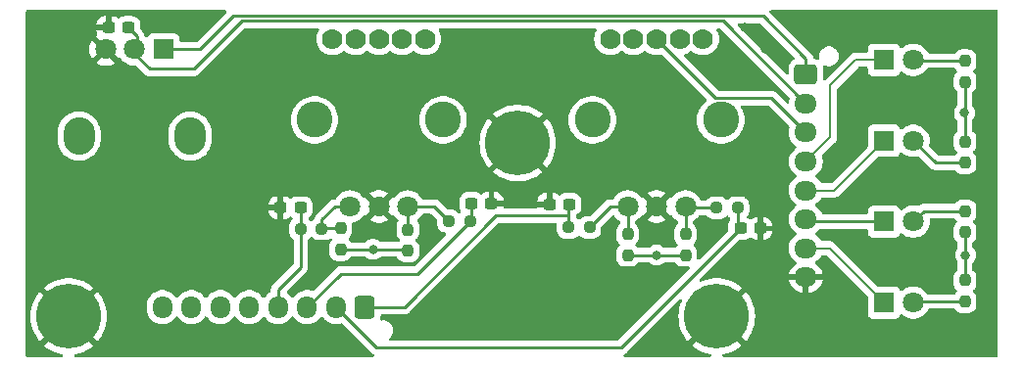
<source format=gbr>
%TF.GenerationSoftware,KiCad,Pcbnew,8.0.1-8.0.1-1~ubuntu22.04.1*%
%TF.CreationDate,2024-05-06T17:14:43+02:00*%
%TF.ProjectId,SecondaryBoard,5365636f-6e64-4617-9279-426f6172642e,rev?*%
%TF.SameCoordinates,Original*%
%TF.FileFunction,Copper,L2,Bot*%
%TF.FilePolarity,Positive*%
%FSLAX46Y46*%
G04 Gerber Fmt 4.6, Leading zero omitted, Abs format (unit mm)*
G04 Created by KiCad (PCBNEW 8.0.1-8.0.1-1~ubuntu22.04.1) date 2024-05-06 17:14:43*
%MOMM*%
%LPD*%
G01*
G04 APERTURE LIST*
G04 Aperture macros list*
%AMRoundRect*
0 Rectangle with rounded corners*
0 $1 Rounding radius*
0 $2 $3 $4 $5 $6 $7 $8 $9 X,Y pos of 4 corners*
0 Add a 4 corners polygon primitive as box body*
4,1,4,$2,$3,$4,$5,$6,$7,$8,$9,$2,$3,0*
0 Add four circle primitives for the rounded corners*
1,1,$1+$1,$2,$3*
1,1,$1+$1,$4,$5*
1,1,$1+$1,$6,$7*
1,1,$1+$1,$8,$9*
0 Add four rect primitives between the rounded corners*
20,1,$1+$1,$2,$3,$4,$5,0*
20,1,$1+$1,$4,$5,$6,$7,0*
20,1,$1+$1,$6,$7,$8,$9,0*
20,1,$1+$1,$8,$9,$2,$3,0*%
G04 Aperture macros list end*
%TA.AperFunction,ComponentPad*%
%ADD10R,1.800000X1.800000*%
%TD*%
%TA.AperFunction,ComponentPad*%
%ADD11C,1.800000*%
%TD*%
%TA.AperFunction,ComponentPad*%
%ADD12C,1.778000*%
%TD*%
%TA.AperFunction,ComponentPad*%
%ADD13C,1.798320*%
%TD*%
%TA.AperFunction,ComponentPad*%
%ADD14C,3.114040*%
%TD*%
%TA.AperFunction,ComponentPad*%
%ADD15C,5.600000*%
%TD*%
%TA.AperFunction,ComponentPad*%
%ADD16O,2.720000X3.240000*%
%TD*%
%TA.AperFunction,SMDPad,CuDef*%
%ADD17RoundRect,0.237500X0.300000X0.237500X-0.300000X0.237500X-0.300000X-0.237500X0.300000X-0.237500X0*%
%TD*%
%TA.AperFunction,SMDPad,CuDef*%
%ADD18RoundRect,0.237500X0.237500X-0.250000X0.237500X0.250000X-0.237500X0.250000X-0.237500X-0.250000X0*%
%TD*%
%TA.AperFunction,SMDPad,CuDef*%
%ADD19RoundRect,0.237500X-0.250000X-0.237500X0.250000X-0.237500X0.250000X0.237500X-0.250000X0.237500X0*%
%TD*%
%TA.AperFunction,SMDPad,CuDef*%
%ADD20RoundRect,0.237500X0.250000X0.237500X-0.250000X0.237500X-0.250000X-0.237500X0.250000X-0.237500X0*%
%TD*%
%TA.AperFunction,SMDPad,CuDef*%
%ADD21RoundRect,0.237500X-0.237500X0.250000X-0.237500X-0.250000X0.237500X-0.250000X0.237500X0.250000X0*%
%TD*%
%TA.AperFunction,SMDPad,CuDef*%
%ADD22RoundRect,0.237500X-0.300000X-0.237500X0.300000X-0.237500X0.300000X0.237500X-0.300000X0.237500X0*%
%TD*%
%TA.AperFunction,ComponentPad*%
%ADD23RoundRect,0.250000X0.600000X0.725000X-0.600000X0.725000X-0.600000X-0.725000X0.600000X-0.725000X0*%
%TD*%
%TA.AperFunction,ComponentPad*%
%ADD24O,1.700000X1.950000*%
%TD*%
%TA.AperFunction,ComponentPad*%
%ADD25RoundRect,0.250000X-0.725000X0.600000X-0.725000X-0.600000X0.725000X-0.600000X0.725000X0.600000X0*%
%TD*%
%TA.AperFunction,ComponentPad*%
%ADD26O,1.950000X1.700000*%
%TD*%
%TA.AperFunction,ViaPad*%
%ADD27C,0.800000*%
%TD*%
%TA.AperFunction,ViaPad*%
%ADD28C,0.600000*%
%TD*%
%TA.AperFunction,Conductor*%
%ADD29C,0.250000*%
%TD*%
%TA.AperFunction,Conductor*%
%ADD30C,0.200000*%
%TD*%
G04 APERTURE END LIST*
D10*
%TO.P,D4,1,K*%
%TO.N,band3*%
X214649900Y-44800000D03*
D11*
%TO.P,D4,2,A*%
%TO.N,Net-(D4-A)*%
X217189900Y-44800000D03*
%TD*%
D12*
%TO.P,S1,1*%
%TO.N,Net-(R9-Pad1)*%
X191002040Y-43002300D03*
%TO.P,S1,2*%
%TO.N,Net-(R10-Pad1)*%
X193001020Y-43002300D03*
%TO.P,S1,3*%
%TO.N,EQ_BAND_BTN*%
X195000000Y-43002300D03*
%TO.P,S1,4*%
%TO.N,unconnected-(S1-Pad4)*%
X196998980Y-43002300D03*
%TO.P,S1,5*%
%TO.N,+3.3V*%
X198997960Y-43002300D03*
D13*
%TO.P,S1,A*%
%TO.N,Net-(R1-Pad2)*%
X192500640Y-57498080D03*
%TO.P,S1,B*%
%TO.N,Net-(R4-Pad2)*%
X197499360Y-57498080D03*
%TO.P,S1,C*%
%TO.N,GND*%
X195000000Y-57498080D03*
D14*
%TO.P,S1,M1*%
%TO.N,N/C*%
X189450100Y-50000000D03*
%TO.P,S1,M2*%
X200549900Y-50000000D03*
%TD*%
D15*
%TO.P,H2,1,1*%
%TO.N,GND*%
X144200000Y-67000000D03*
%TD*%
D12*
%TO.P,S2,1*%
%TO.N,Net-(R12-Pad2)*%
X167002040Y-43002300D03*
%TO.P,S2,2*%
%TO.N,unconnected-(S2-Pad2)*%
X169001020Y-43002300D03*
%TO.P,S2,3*%
%TO.N,unconnected-(S2-Pad3)*%
X171000000Y-43002300D03*
%TO.P,S2,4*%
%TO.N,Net-(R11-Pad2)*%
X172998980Y-43002300D03*
%TO.P,S2,5*%
%TO.N,+3.3V*%
X174997960Y-43002300D03*
D13*
%TO.P,S2,A*%
%TO.N,Net-(R3-Pad2)*%
X168500640Y-57498080D03*
%TO.P,S2,B*%
%TO.N,Net-(R7-Pad2)*%
X173499360Y-57498080D03*
%TO.P,S2,C*%
%TO.N,GND*%
X171000000Y-57498080D03*
D14*
%TO.P,S2,M1*%
%TO.N,N/C*%
X165450100Y-50000000D03*
%TO.P,S2,M2*%
X176549900Y-50000000D03*
%TD*%
D10*
%TO.P,D1,1,K*%
%TO.N,band0*%
X214649900Y-65800000D03*
D11*
%TO.P,D1,2,A*%
%TO.N,Net-(D1-A)*%
X217189900Y-65800000D03*
%TD*%
D10*
%TO.P,D2,1,K*%
%TO.N,band1*%
X214649900Y-58800000D03*
D11*
%TO.P,D2,2,A*%
%TO.N,Net-(D2-A)*%
X217189900Y-58800000D03*
%TD*%
D10*
%TO.P,D3,1,K*%
%TO.N,band2*%
X214649900Y-51800000D03*
D11*
%TO.P,D3,2,A*%
%TO.N,Net-(D3-A)*%
X217189900Y-51800000D03*
%TD*%
D16*
%TO.P,RV1,*%
%TO.N,*%
X154700000Y-51400000D03*
X145100000Y-51400000D03*
D10*
%TO.P,RV1,1,1*%
%TO.N,+3.3V*%
X152400000Y-43900000D03*
D11*
%TO.P,RV1,2,2*%
%TO.N,Potar_volume*%
X149900000Y-43900000D03*
%TO.P,RV1,3,3*%
%TO.N,GND*%
X147400000Y-43900000D03*
%TD*%
D15*
%TO.P,H3,1,1*%
%TO.N,GND*%
X200200000Y-67000000D03*
%TD*%
%TO.P,H1,1,1*%
%TO.N,GND*%
X183000000Y-52000000D03*
%TD*%
D17*
%TO.P,C1,1*%
%TO.N,GND*%
X180725000Y-57230000D03*
%TO.P,C1,2*%
%TO.N,B Encodeur 2*%
X179000000Y-57230000D03*
%TD*%
D18*
%TO.P,R3,1*%
%TO.N,+3.3V*%
X167700000Y-61212500D03*
%TO.P,R3,2*%
%TO.N,Net-(R3-Pad2)*%
X167700000Y-59387500D03*
%TD*%
D19*
%TO.P,R6,1*%
%TO.N,A Encodeur 2*%
X164252400Y-59434730D03*
%TO.P,R6,2*%
%TO.N,Net-(R3-Pad2)*%
X166077400Y-59434730D03*
%TD*%
D20*
%TO.P,R5,1*%
%TO.N,B Encodeur 1*%
X202012500Y-57600000D03*
%TO.P,R5,2*%
%TO.N,Net-(R4-Pad2)*%
X200187500Y-57600000D03*
%TD*%
D21*
%TO.P,R15,1*%
%TO.N,+3.3V*%
X221649900Y-51887500D03*
%TO.P,R15,2*%
%TO.N,Net-(D3-A)*%
X221649900Y-53712500D03*
%TD*%
D18*
%TO.P,R1,1*%
%TO.N,+3.3V*%
X192500000Y-61712500D03*
%TO.P,R1,2*%
%TO.N,Net-(R1-Pad2)*%
X192500000Y-59887500D03*
%TD*%
D22*
%TO.P,C2,1*%
%TO.N,GND*%
X162507400Y-57594730D03*
%TO.P,C2,2*%
%TO.N,A Encodeur 2*%
X164232400Y-57594730D03*
%TD*%
D20*
%TO.P,R8,1*%
%TO.N,B Encodeur 2*%
X178867500Y-58755000D03*
%TO.P,R8,2*%
%TO.N,Net-(R7-Pad2)*%
X177042500Y-58755000D03*
%TD*%
D21*
%TO.P,R16,1*%
%TO.N,Net-(D4-A)*%
X221649900Y-44887500D03*
%TO.P,R16,2*%
%TO.N,+3.3V*%
X221649900Y-46712500D03*
%TD*%
D23*
%TO.P,J4,1,Pin_1*%
%TO.N,A Encodeur 1*%
X169800000Y-66200000D03*
D24*
%TO.P,J4,2,Pin_2*%
%TO.N,B Encodeur 1*%
X167300000Y-66200000D03*
%TO.P,J4,3,Pin_3*%
%TO.N,B Encodeur 2*%
X164800000Y-66200000D03*
%TO.P,J4,4,Pin_4*%
%TO.N,A Encodeur 2*%
X162300000Y-66200000D03*
%TO.P,J4,5,Pin_5*%
%TO.N,TIM3_CH1*%
X159800000Y-66200000D03*
%TO.P,J4,6,Pin_6*%
%TO.N,TIM3_CH2*%
X157300000Y-66200000D03*
%TO.P,J4,7,Pin_7*%
%TO.N,TIM3_CH3*%
X154800000Y-66200000D03*
%TO.P,J4,8,Pin_8*%
%TO.N,TIM3_CH4*%
X152300000Y-66200000D03*
%TD*%
D18*
%TO.P,R7,1*%
%TO.N,+3.3V*%
X173500000Y-61312500D03*
%TO.P,R7,2*%
%TO.N,Net-(R7-Pad2)*%
X173500000Y-59487500D03*
%TD*%
D17*
%TO.P,C3,1*%
%TO.N,GND*%
X203962500Y-59400000D03*
%TO.P,C3,2*%
%TO.N,B Encodeur 1*%
X202237500Y-59400000D03*
%TD*%
D25*
%TO.P,J5,1,Pin_1*%
%TO.N,+3.3V*%
X207900000Y-46100000D03*
D26*
%TO.P,J5,2,Pin_2*%
%TO.N,Potar_volume*%
X207900000Y-48600000D03*
%TO.P,J5,3,Pin_3*%
%TO.N,EQ_BAND_BTN*%
X207900000Y-51100000D03*
%TO.P,J5,4,Pin_4*%
%TO.N,band3*%
X207900000Y-53600000D03*
%TO.P,J5,5,Pin_5*%
%TO.N,band2*%
X207900000Y-56100000D03*
%TO.P,J5,6,Pin_6*%
%TO.N,band1*%
X207900000Y-58600000D03*
%TO.P,J5,7,Pin_7*%
%TO.N,band0*%
X207900000Y-61100000D03*
%TO.P,J5,8,Pin_8*%
%TO.N,GND*%
X207900000Y-63600000D03*
%TD*%
D18*
%TO.P,R13,1*%
%TO.N,Net-(D1-A)*%
X221649900Y-65712500D03*
%TO.P,R13,2*%
%TO.N,+3.3V*%
X221649900Y-63887500D03*
%TD*%
%TO.P,R4,1*%
%TO.N,+3.3V*%
X197500000Y-61712500D03*
%TO.P,R4,2*%
%TO.N,Net-(R4-Pad2)*%
X197500000Y-59887500D03*
%TD*%
D21*
%TO.P,R14,1*%
%TO.N,Net-(D2-A)*%
X221649900Y-57887500D03*
%TO.P,R14,2*%
%TO.N,+3.3V*%
X221649900Y-59712500D03*
%TD*%
D22*
%TO.P,C5,1*%
%TO.N,GND*%
X147637500Y-42000000D03*
%TO.P,C5,2*%
%TO.N,Potar_volume*%
X149362500Y-42000000D03*
%TD*%
D19*
%TO.P,R2,1*%
%TO.N,A Encodeur 1*%
X187387500Y-59300000D03*
%TO.P,R2,2*%
%TO.N,Net-(R1-Pad2)*%
X189212500Y-59300000D03*
%TD*%
D22*
%TO.P,C4,1*%
%TO.N,GND*%
X185737500Y-57300000D03*
%TO.P,C4,2*%
%TO.N,A Encodeur 1*%
X187462500Y-57300000D03*
%TD*%
D27*
%TO.N,GND*%
X222900000Y-41800000D03*
X202600000Y-42000000D03*
X204400000Y-43900000D03*
X176000000Y-60000000D03*
X166000000Y-62000000D03*
D28*
X207900000Y-41100000D03*
X199700000Y-45000000D03*
D27*
X155000000Y-42500000D03*
X202500000Y-52500000D03*
D28*
X183000000Y-65000000D03*
D27*
X192500000Y-52500000D03*
D28*
X180000000Y-46000000D03*
X193900000Y-45300000D03*
D27*
X212500000Y-47500000D03*
X197500000Y-52500000D03*
X212500000Y-52500000D03*
X171000000Y-47500000D03*
D28*
X199000000Y-59000000D03*
D27*
X177500000Y-52500000D03*
X187500000Y-52500000D03*
X160000000Y-57500000D03*
X215000000Y-62500000D03*
X155000000Y-62500000D03*
X212500000Y-42500000D03*
D28*
X167000000Y-46000000D03*
D27*
X155000000Y-57500000D03*
%TO.N,+3.3V*%
X221700000Y-61700000D03*
X221600000Y-49400000D03*
X195000000Y-61700000D03*
X170500000Y-61200000D03*
%TD*%
D29*
%TO.N,Potar_volume*%
X207900000Y-48600000D02*
X200750000Y-41450000D01*
X200750000Y-41450000D02*
X159150000Y-41450000D01*
X159150000Y-41450000D02*
X155000000Y-45600000D01*
X155000000Y-45600000D02*
X151200000Y-45600000D01*
X151200000Y-45600000D02*
X149900000Y-44300000D01*
X149900000Y-44300000D02*
X149900000Y-43900000D01*
%TO.N,B Encodeur 2*%
X178867500Y-58755000D02*
X174322500Y-63300000D01*
X179000000Y-57230000D02*
X179000000Y-57970000D01*
X179000000Y-57970000D02*
X179000000Y-58622500D01*
X167700000Y-63300000D02*
X164800000Y-66200000D01*
X174322500Y-63300000D02*
X167700000Y-63300000D01*
X179000000Y-58622500D02*
X178867500Y-58755000D01*
%TO.N,A Encodeur 2*%
X164252400Y-62747600D02*
X162300000Y-64700000D01*
X164232400Y-57594730D02*
X164232400Y-59414730D01*
X164232400Y-59414730D02*
X164252400Y-59434730D01*
X164252400Y-59434730D02*
X164252400Y-62747600D01*
X162300000Y-64700000D02*
X162300000Y-66200000D01*
%TO.N,B Encodeur 1*%
X167300000Y-66200000D02*
X170800000Y-69700000D01*
X202012500Y-59175000D02*
X202237500Y-59400000D01*
X191937500Y-69700000D02*
X202237500Y-59400000D01*
X202012500Y-57600000D02*
X202012500Y-59175000D01*
X170800000Y-69700000D02*
X191937500Y-69700000D01*
%TO.N,A Encodeur 1*%
X173200000Y-66200000D02*
X169800000Y-66200000D01*
X187387500Y-58300000D02*
X187387500Y-57375000D01*
X187387500Y-59300000D02*
X187387500Y-58300000D01*
X187387500Y-58300000D02*
X181100000Y-58300000D01*
X181100000Y-58300000D02*
X173200000Y-66200000D01*
X187387500Y-57375000D02*
X187462500Y-57300000D01*
%TO.N,Potar_volume*%
X149362500Y-42000000D02*
X150100000Y-42737500D01*
X150100000Y-42737500D02*
X150100000Y-43700000D01*
X150100000Y-43700000D02*
X149900000Y-43900000D01*
%TO.N,Net-(D1-A)*%
X217277400Y-65712500D02*
X217189900Y-65800000D01*
X221649900Y-65712500D02*
X217277400Y-65712500D01*
D30*
%TO.N,band0*%
X207900000Y-61100000D02*
X209949900Y-61100000D01*
X209949900Y-61100000D02*
X214649900Y-65800000D01*
D29*
%TO.N,Net-(D2-A)*%
X221649900Y-57887500D02*
X218102400Y-57887500D01*
X218102400Y-57887500D02*
X217189900Y-58800000D01*
%TO.N,band1*%
X214649900Y-58800000D02*
X208100000Y-58800000D01*
X208100000Y-58800000D02*
X207900000Y-58600000D01*
D30*
%TO.N,band2*%
X214649900Y-51800000D02*
X210349900Y-56100000D01*
X210349900Y-56100000D02*
X207900000Y-56100000D01*
D29*
%TO.N,Net-(D3-A)*%
X221649900Y-53712500D02*
X219102400Y-53712500D01*
X219102400Y-53712500D02*
X217189900Y-51800000D01*
%TO.N,Net-(D4-A)*%
X217277400Y-44887500D02*
X217189900Y-44800000D01*
X221649900Y-44887500D02*
X217277400Y-44887500D01*
D30*
%TO.N,band3*%
X210000000Y-47000000D02*
X210000000Y-51500000D01*
X210000000Y-51500000D02*
X207900000Y-53600000D01*
X212200000Y-44800000D02*
X210000000Y-47000000D01*
X214649900Y-44800000D02*
X212200000Y-44800000D01*
D29*
%TO.N,+3.3V*%
X167700000Y-61212500D02*
X170487500Y-61212500D01*
X173500000Y-61312500D02*
X173387500Y-61200000D01*
X173387500Y-61200000D02*
X170500000Y-61200000D01*
X221649900Y-63887500D02*
X221649900Y-61750100D01*
X194987500Y-61712500D02*
X195000000Y-61700000D01*
X221649900Y-61750100D02*
X221700000Y-61700000D01*
X221600000Y-49400000D02*
X221649900Y-49350100D01*
X207900000Y-46100000D02*
X207900000Y-44700000D01*
X195012500Y-61712500D02*
X195000000Y-61700000D01*
X221649900Y-49449900D02*
X221649900Y-51887500D01*
X155500000Y-43900000D02*
X152400000Y-43900000D01*
X221649900Y-61649900D02*
X221700000Y-61700000D01*
X192500000Y-61712500D02*
X194987500Y-61712500D01*
X170487500Y-61212500D02*
X170500000Y-61200000D01*
X158400000Y-41000000D02*
X155500000Y-43900000D01*
X207900000Y-44700000D02*
X204200000Y-41000000D01*
X221600000Y-49400000D02*
X221649900Y-49449900D01*
X221649900Y-59712500D02*
X221649900Y-61649900D01*
X204200000Y-41000000D02*
X158400000Y-41000000D01*
X197500000Y-61712500D02*
X195012500Y-61712500D01*
X221649900Y-49350100D02*
X221649900Y-46712500D01*
%TO.N,EQ_BAND_BTN*%
X207900000Y-51100000D02*
X204917980Y-48117980D01*
X200115680Y-48117980D02*
X195000000Y-43002300D01*
X204917980Y-48117980D02*
X200115680Y-48117980D01*
%TO.N,Net-(R1-Pad2)*%
X191014420Y-57498080D02*
X189212500Y-59300000D01*
X192500000Y-57498720D02*
X192500640Y-57498080D01*
X192500640Y-57498080D02*
X191014420Y-57498080D01*
X192500000Y-59887500D02*
X192500000Y-57498720D01*
%TO.N,Net-(R3-Pad2)*%
X166077400Y-58622600D02*
X167201920Y-57498080D01*
X167700000Y-59387500D02*
X166124630Y-59387500D01*
X166124630Y-59387500D02*
X166077400Y-59434730D01*
X167201920Y-57498080D02*
X168500640Y-57498080D01*
X166077400Y-59434730D02*
X166077400Y-58622600D01*
%TO.N,Net-(R4-Pad2)*%
X200187500Y-57600000D02*
X198351180Y-57600000D01*
X197500000Y-57498720D02*
X197499360Y-57498080D01*
X197500000Y-59887500D02*
X197500000Y-57498720D01*
%TO.N,Net-(R7-Pad2)*%
X177042500Y-58755000D02*
X175785580Y-57498080D01*
X173500000Y-59487500D02*
X173500000Y-57498720D01*
X175785580Y-57498080D02*
X173499360Y-57498080D01*
X173500000Y-57498720D02*
X173499360Y-57498080D01*
%TD*%
%TA.AperFunction,Conductor*%
%TO.N,GND*%
G36*
X157782585Y-40520185D02*
G01*
X157828340Y-40572989D01*
X157838284Y-40642147D01*
X157809259Y-40705703D01*
X157803227Y-40712181D01*
X155277229Y-43238181D01*
X155215906Y-43271666D01*
X155189548Y-43274500D01*
X153924499Y-43274500D01*
X153857460Y-43254815D01*
X153811705Y-43202011D01*
X153800499Y-43150500D01*
X153800499Y-42952129D01*
X153800498Y-42952123D01*
X153794091Y-42892516D01*
X153743797Y-42757671D01*
X153743793Y-42757664D01*
X153657547Y-42642455D01*
X153657544Y-42642452D01*
X153542335Y-42556206D01*
X153542328Y-42556202D01*
X153407482Y-42505908D01*
X153407483Y-42505908D01*
X153347883Y-42499501D01*
X153347881Y-42499500D01*
X153347873Y-42499500D01*
X153347864Y-42499500D01*
X151452129Y-42499500D01*
X151452123Y-42499501D01*
X151392516Y-42505908D01*
X151257671Y-42556202D01*
X151257664Y-42556206D01*
X151142455Y-42642452D01*
X151142452Y-42642455D01*
X151056206Y-42757664D01*
X151056202Y-42757671D01*
X151037907Y-42806724D01*
X150996035Y-42862658D01*
X150930571Y-42887075D01*
X150862298Y-42872223D01*
X150845563Y-42861245D01*
X150773339Y-42805031D01*
X150732526Y-42748320D01*
X150725501Y-42707177D01*
X150725501Y-42675891D01*
X150725500Y-42675889D01*
X150701465Y-42555058D01*
X150701464Y-42555055D01*
X150701463Y-42555049D01*
X150701461Y-42555044D01*
X150699198Y-42549580D01*
X150699197Y-42549578D01*
X150681109Y-42505909D01*
X150680627Y-42504745D01*
X150654312Y-42441215D01*
X150618522Y-42387652D01*
X150585858Y-42338766D01*
X150436818Y-42189726D01*
X150403333Y-42128403D01*
X150400499Y-42102045D01*
X150400499Y-41713330D01*
X150400498Y-41713313D01*
X150390174Y-41612247D01*
X150335908Y-41448484D01*
X150245340Y-41301650D01*
X150123350Y-41179660D01*
X150032129Y-41123395D01*
X149976518Y-41089093D01*
X149976513Y-41089091D01*
X149975069Y-41088612D01*
X149812753Y-41034826D01*
X149812751Y-41034825D01*
X149711678Y-41024500D01*
X149013330Y-41024500D01*
X149013312Y-41024501D01*
X148912247Y-41034825D01*
X148748484Y-41089092D01*
X148748481Y-41089093D01*
X148601648Y-41179661D01*
X148587325Y-41193984D01*
X148526001Y-41227468D01*
X148456309Y-41222482D01*
X148411965Y-41193982D01*
X148398038Y-41180055D01*
X148398034Y-41180052D01*
X148251311Y-41089551D01*
X148251300Y-41089546D01*
X148087652Y-41035319D01*
X147986654Y-41025000D01*
X147887500Y-41025000D01*
X147887500Y-42126000D01*
X147867815Y-42193039D01*
X147815011Y-42238794D01*
X147763500Y-42250000D01*
X146600001Y-42250000D01*
X146600001Y-42286654D01*
X146610319Y-42387652D01*
X146664546Y-42551300D01*
X146664548Y-42551305D01*
X146667576Y-42556213D01*
X146686016Y-42623606D01*
X146665093Y-42690269D01*
X146635057Y-42719982D01*
X146635695Y-42720801D01*
X146601200Y-42747647D01*
X147270590Y-43417037D01*
X147207007Y-43434075D01*
X147092993Y-43499901D01*
X146999901Y-43592993D01*
X146934075Y-43707007D01*
X146917037Y-43770591D01*
X146248811Y-43102365D01*
X146164516Y-43231390D01*
X146071317Y-43443864D01*
X146014361Y-43668781D01*
X145995202Y-43899994D01*
X145995202Y-43900005D01*
X146014361Y-44131218D01*
X146071317Y-44356135D01*
X146164515Y-44568606D01*
X146248812Y-44697633D01*
X146917037Y-44029408D01*
X146934075Y-44092993D01*
X146999901Y-44207007D01*
X147092993Y-44300099D01*
X147207007Y-44365925D01*
X147270590Y-44382962D01*
X146601201Y-45052351D01*
X146631649Y-45076050D01*
X146835697Y-45186476D01*
X146835706Y-45186479D01*
X147055139Y-45261811D01*
X147283993Y-45300000D01*
X147516007Y-45300000D01*
X147744860Y-45261811D01*
X147964293Y-45186479D01*
X147964301Y-45186476D01*
X148168355Y-45076047D01*
X148198797Y-45052351D01*
X148198798Y-45052350D01*
X147529410Y-44382962D01*
X147592993Y-44365925D01*
X147707007Y-44300099D01*
X147800099Y-44207007D01*
X147865925Y-44092993D01*
X147882962Y-44029409D01*
X148551186Y-44697633D01*
X148555967Y-44697137D01*
X148599036Y-44660380D01*
X148668268Y-44650956D01*
X148731604Y-44680457D01*
X148753509Y-44705737D01*
X148791016Y-44763147D01*
X148791019Y-44763151D01*
X148791021Y-44763153D01*
X148948216Y-44933913D01*
X148948219Y-44933915D01*
X148948222Y-44933918D01*
X149131365Y-45076464D01*
X149131371Y-45076468D01*
X149131374Y-45076470D01*
X149286880Y-45160626D01*
X149334652Y-45186479D01*
X149335497Y-45186936D01*
X149449487Y-45226068D01*
X149555015Y-45262297D01*
X149555017Y-45262297D01*
X149555019Y-45262298D01*
X149783951Y-45300500D01*
X149964548Y-45300500D01*
X150031587Y-45320185D01*
X150052229Y-45336819D01*
X150801263Y-46085855D01*
X150801267Y-46085858D01*
X150903710Y-46154309D01*
X150903711Y-46154309D01*
X150903715Y-46154312D01*
X150970396Y-46181931D01*
X150970398Y-46181933D01*
X151015218Y-46200498D01*
X151017548Y-46201463D01*
X151037597Y-46205451D01*
X151071196Y-46212134D01*
X151138392Y-46225501D01*
X151138394Y-46225501D01*
X151267721Y-46225501D01*
X151267741Y-46225500D01*
X155061607Y-46225500D01*
X155122029Y-46213481D01*
X155182452Y-46201463D01*
X155182455Y-46201461D01*
X155182458Y-46201461D01*
X155215787Y-46187654D01*
X155215786Y-46187654D01*
X155215792Y-46187652D01*
X155296286Y-46154312D01*
X155361050Y-46111037D01*
X155398733Y-46085858D01*
X155485858Y-45998733D01*
X155485859Y-45998730D01*
X155492925Y-45991665D01*
X155492927Y-45991661D01*
X159372771Y-42111819D01*
X159434094Y-42078334D01*
X159460452Y-42075500D01*
X165718651Y-42075500D01*
X165785690Y-42095185D01*
X165831445Y-42147989D01*
X165841389Y-42217147D01*
X165822460Y-42267321D01*
X165775822Y-42338705D01*
X165683322Y-42549585D01*
X165626793Y-42772815D01*
X165607778Y-43002294D01*
X165607778Y-43002305D01*
X165626793Y-43231784D01*
X165683322Y-43455014D01*
X165775822Y-43665894D01*
X165901768Y-43858670D01*
X165901771Y-43858673D01*
X166057732Y-44028092D01*
X166146444Y-44097139D01*
X166190340Y-44131305D01*
X166239451Y-44169529D01*
X166441971Y-44279128D01*
X166506460Y-44301267D01*
X166659765Y-44353897D01*
X166659767Y-44353897D01*
X166659769Y-44353898D01*
X166886903Y-44391800D01*
X166886904Y-44391800D01*
X167117176Y-44391800D01*
X167117177Y-44391800D01*
X167344311Y-44353898D01*
X167562109Y-44279128D01*
X167764629Y-44169529D01*
X167799306Y-44142539D01*
X167925368Y-44044422D01*
X167990362Y-44018779D01*
X168058902Y-44032346D01*
X168077692Y-44044422D01*
X168238422Y-44169523D01*
X168238428Y-44169527D01*
X168238431Y-44169529D01*
X168440951Y-44279128D01*
X168505440Y-44301267D01*
X168658745Y-44353897D01*
X168658747Y-44353897D01*
X168658749Y-44353898D01*
X168885883Y-44391800D01*
X168885884Y-44391800D01*
X169116156Y-44391800D01*
X169116157Y-44391800D01*
X169343291Y-44353898D01*
X169561089Y-44279128D01*
X169763609Y-44169529D01*
X169798286Y-44142539D01*
X169924348Y-44044422D01*
X169989342Y-44018779D01*
X170057882Y-44032346D01*
X170076672Y-44044422D01*
X170237402Y-44169523D01*
X170237408Y-44169527D01*
X170237411Y-44169529D01*
X170439931Y-44279128D01*
X170504420Y-44301267D01*
X170657725Y-44353897D01*
X170657727Y-44353897D01*
X170657729Y-44353898D01*
X170884863Y-44391800D01*
X170884864Y-44391800D01*
X171115136Y-44391800D01*
X171115137Y-44391800D01*
X171342271Y-44353898D01*
X171560069Y-44279128D01*
X171762589Y-44169529D01*
X171797266Y-44142539D01*
X171923328Y-44044422D01*
X171988322Y-44018779D01*
X172056862Y-44032346D01*
X172075652Y-44044422D01*
X172236382Y-44169523D01*
X172236388Y-44169527D01*
X172236391Y-44169529D01*
X172438911Y-44279128D01*
X172503400Y-44301267D01*
X172656705Y-44353897D01*
X172656707Y-44353897D01*
X172656709Y-44353898D01*
X172883843Y-44391800D01*
X172883844Y-44391800D01*
X173114116Y-44391800D01*
X173114117Y-44391800D01*
X173341251Y-44353898D01*
X173559049Y-44279128D01*
X173761569Y-44169529D01*
X173796246Y-44142539D01*
X173922308Y-44044422D01*
X173987302Y-44018779D01*
X174055842Y-44032346D01*
X174074632Y-44044422D01*
X174235362Y-44169523D01*
X174235368Y-44169527D01*
X174235371Y-44169529D01*
X174437891Y-44279128D01*
X174502380Y-44301267D01*
X174655685Y-44353897D01*
X174655687Y-44353897D01*
X174655689Y-44353898D01*
X174882823Y-44391800D01*
X174882824Y-44391800D01*
X175113096Y-44391800D01*
X175113097Y-44391800D01*
X175340231Y-44353898D01*
X175558029Y-44279128D01*
X175760549Y-44169529D01*
X175942268Y-44028092D01*
X176098229Y-43858673D01*
X176224177Y-43665895D01*
X176316677Y-43455016D01*
X176373206Y-43231788D01*
X176383930Y-43102365D01*
X176392222Y-43002305D01*
X176392222Y-43002294D01*
X176373206Y-42772815D01*
X176373206Y-42772812D01*
X176316677Y-42549584D01*
X176224177Y-42338705D01*
X176190185Y-42286676D01*
X176177540Y-42267321D01*
X176157352Y-42200432D01*
X176176533Y-42133246D01*
X176228992Y-42087096D01*
X176281349Y-42075500D01*
X189718651Y-42075500D01*
X189785690Y-42095185D01*
X189831445Y-42147989D01*
X189841389Y-42217147D01*
X189822460Y-42267321D01*
X189775822Y-42338705D01*
X189683322Y-42549585D01*
X189626793Y-42772815D01*
X189607778Y-43002294D01*
X189607778Y-43002305D01*
X189626793Y-43231784D01*
X189683322Y-43455014D01*
X189775822Y-43665894D01*
X189901768Y-43858670D01*
X189901771Y-43858673D01*
X190057732Y-44028092D01*
X190146444Y-44097139D01*
X190190340Y-44131305D01*
X190239451Y-44169529D01*
X190441971Y-44279128D01*
X190506460Y-44301267D01*
X190659765Y-44353897D01*
X190659767Y-44353897D01*
X190659769Y-44353898D01*
X190886903Y-44391800D01*
X190886904Y-44391800D01*
X191117176Y-44391800D01*
X191117177Y-44391800D01*
X191344311Y-44353898D01*
X191562109Y-44279128D01*
X191764629Y-44169529D01*
X191799306Y-44142539D01*
X191925368Y-44044422D01*
X191990362Y-44018779D01*
X192058902Y-44032346D01*
X192077692Y-44044422D01*
X192238422Y-44169523D01*
X192238428Y-44169527D01*
X192238431Y-44169529D01*
X192440951Y-44279128D01*
X192505440Y-44301267D01*
X192658745Y-44353897D01*
X192658747Y-44353897D01*
X192658749Y-44353898D01*
X192885883Y-44391800D01*
X192885884Y-44391800D01*
X193116156Y-44391800D01*
X193116157Y-44391800D01*
X193343291Y-44353898D01*
X193561089Y-44279128D01*
X193763609Y-44169529D01*
X193798286Y-44142539D01*
X193924348Y-44044422D01*
X193989342Y-44018779D01*
X194057882Y-44032346D01*
X194076672Y-44044422D01*
X194237402Y-44169523D01*
X194237408Y-44169527D01*
X194237411Y-44169529D01*
X194439931Y-44279128D01*
X194504420Y-44301267D01*
X194657725Y-44353897D01*
X194657727Y-44353897D01*
X194657729Y-44353898D01*
X194884863Y-44391800D01*
X194884864Y-44391800D01*
X195115136Y-44391800D01*
X195115137Y-44391800D01*
X195342271Y-44353898D01*
X195361918Y-44347152D01*
X195431712Y-44344001D01*
X195489862Y-44376752D01*
X199300743Y-48187633D01*
X199334228Y-48248956D01*
X199329244Y-48318648D01*
X199291317Y-48371502D01*
X199142255Y-48492773D01*
X198950133Y-48698484D01*
X198950133Y-48698485D01*
X198950130Y-48698487D01*
X198950129Y-48698490D01*
X198911353Y-48753423D01*
X198787807Y-48928446D01*
X198658311Y-49178361D01*
X198658309Y-49178364D01*
X198658309Y-49178366D01*
X198622366Y-49279500D01*
X198564046Y-49443599D01*
X198564045Y-49443605D01*
X198506781Y-49719177D01*
X198506780Y-49719179D01*
X198487572Y-50000000D01*
X198506780Y-50280820D01*
X198506781Y-50280822D01*
X198564045Y-50556394D01*
X198564046Y-50556400D01*
X198564048Y-50556407D01*
X198564049Y-50556409D01*
X198658309Y-50821634D01*
X198658310Y-50821637D01*
X198658311Y-50821638D01*
X198674109Y-50852127D01*
X198787807Y-51071553D01*
X198950129Y-51301510D01*
X198950133Y-51301514D01*
X198950133Y-51301515D01*
X199142255Y-51507226D01*
X199217806Y-51568691D01*
X199360596Y-51684860D01*
X199360598Y-51684861D01*
X199360599Y-51684862D01*
X199601096Y-51831112D01*
X199601101Y-51831114D01*
X199859263Y-51943249D01*
X199859268Y-51943251D01*
X200130307Y-52019193D01*
X200375465Y-52052888D01*
X200409161Y-52057520D01*
X200409162Y-52057520D01*
X200690639Y-52057520D01*
X200720701Y-52053387D01*
X200969493Y-52019193D01*
X201240532Y-51943251D01*
X201498705Y-51831111D01*
X201739204Y-51684860D01*
X201957548Y-51507223D01*
X202149671Y-51301510D01*
X202311993Y-51071553D01*
X202441491Y-50821634D01*
X202535751Y-50556409D01*
X202593019Y-50280820D01*
X202612228Y-50000000D01*
X202593019Y-49719180D01*
X202535751Y-49443591D01*
X202441491Y-49178366D01*
X202311993Y-48928447D01*
X202311992Y-48928445D01*
X202310044Y-48924686D01*
X202311903Y-48923722D01*
X202296085Y-48864354D01*
X202317454Y-48797832D01*
X202371395Y-48753423D01*
X202420046Y-48743480D01*
X204607528Y-48743480D01*
X204674567Y-48763165D01*
X204695209Y-48779799D01*
X206463225Y-50547815D01*
X206496710Y-50609138D01*
X206493475Y-50673813D01*
X206457754Y-50783753D01*
X206424500Y-50993713D01*
X206424500Y-51206286D01*
X206443062Y-51323486D01*
X206457754Y-51416243D01*
X206513666Y-51588323D01*
X206523444Y-51618414D01*
X206619951Y-51807820D01*
X206744890Y-51979786D01*
X206895209Y-52130105D01*
X206895214Y-52130109D01*
X207059793Y-52249682D01*
X207102459Y-52305011D01*
X207108438Y-52374625D01*
X207075833Y-52436420D01*
X207059793Y-52450318D01*
X206895214Y-52569890D01*
X206895209Y-52569894D01*
X206744890Y-52720213D01*
X206619951Y-52892179D01*
X206523444Y-53081585D01*
X206457753Y-53283760D01*
X206435297Y-53425543D01*
X206424500Y-53493713D01*
X206424500Y-53706287D01*
X206457754Y-53916243D01*
X206521604Y-54112753D01*
X206523444Y-54118414D01*
X206619951Y-54307820D01*
X206744890Y-54479786D01*
X206895209Y-54630105D01*
X206895214Y-54630109D01*
X207059793Y-54749682D01*
X207102459Y-54805011D01*
X207108438Y-54874625D01*
X207075833Y-54936420D01*
X207059793Y-54950318D01*
X206895214Y-55069890D01*
X206895209Y-55069894D01*
X206744890Y-55220213D01*
X206619951Y-55392179D01*
X206523444Y-55581585D01*
X206457753Y-55783760D01*
X206424500Y-55993713D01*
X206424500Y-56206286D01*
X206456711Y-56409661D01*
X206457754Y-56416243D01*
X206511130Y-56580518D01*
X206523444Y-56618414D01*
X206619951Y-56807820D01*
X206744890Y-56979786D01*
X206895209Y-57130105D01*
X206895214Y-57130109D01*
X207059793Y-57249682D01*
X207102459Y-57305011D01*
X207108438Y-57374625D01*
X207075833Y-57436420D01*
X207059793Y-57450318D01*
X206895214Y-57569890D01*
X206895209Y-57569894D01*
X206744890Y-57720213D01*
X206619951Y-57892179D01*
X206523444Y-58081585D01*
X206523443Y-58081587D01*
X206523443Y-58081588D01*
X206516807Y-58102011D01*
X206457753Y-58283760D01*
X206428521Y-58468324D01*
X206424500Y-58493713D01*
X206424500Y-58706287D01*
X206425965Y-58715537D01*
X206452522Y-58883214D01*
X206457754Y-58916243D01*
X206521801Y-59113360D01*
X206523444Y-59118414D01*
X206619951Y-59307820D01*
X206744890Y-59479786D01*
X206895209Y-59630105D01*
X206895214Y-59630109D01*
X207059793Y-59749682D01*
X207102459Y-59805011D01*
X207108438Y-59874625D01*
X207075833Y-59936420D01*
X207059793Y-59950318D01*
X206895214Y-60069890D01*
X206895209Y-60069894D01*
X206744890Y-60220213D01*
X206619951Y-60392179D01*
X206523444Y-60581585D01*
X206457753Y-60783760D01*
X206424500Y-60993713D01*
X206424500Y-61206286D01*
X206457292Y-61413330D01*
X206457754Y-61416243D01*
X206521604Y-61612753D01*
X206523444Y-61618414D01*
X206619951Y-61807820D01*
X206744890Y-61979786D01*
X206895209Y-62130105D01*
X206895214Y-62130109D01*
X207060218Y-62249991D01*
X207102884Y-62305320D01*
X207108863Y-62374934D01*
X207076258Y-62436729D01*
X207060218Y-62450627D01*
X206895540Y-62570272D01*
X206895535Y-62570276D01*
X206745276Y-62720535D01*
X206745272Y-62720540D01*
X206620379Y-62892442D01*
X206523904Y-63081782D01*
X206458242Y-63283870D01*
X206458242Y-63283873D01*
X206447769Y-63350000D01*
X207495854Y-63350000D01*
X207457370Y-63416657D01*
X207425000Y-63537465D01*
X207425000Y-63662535D01*
X207457370Y-63783343D01*
X207495854Y-63850000D01*
X206447769Y-63850000D01*
X206458242Y-63916126D01*
X206458242Y-63916129D01*
X206523904Y-64118217D01*
X206620379Y-64307557D01*
X206745272Y-64479459D01*
X206745276Y-64479464D01*
X206895535Y-64629723D01*
X206895540Y-64629727D01*
X207067442Y-64754620D01*
X207256782Y-64851095D01*
X207458872Y-64916757D01*
X207650000Y-64947029D01*
X207650000Y-64004145D01*
X207716657Y-64042630D01*
X207837465Y-64075000D01*
X207962535Y-64075000D01*
X208083343Y-64042630D01*
X208150000Y-64004145D01*
X208150000Y-64947028D01*
X208341127Y-64916757D01*
X208543217Y-64851095D01*
X208732557Y-64754620D01*
X208904459Y-64629727D01*
X208904464Y-64629723D01*
X209054723Y-64479464D01*
X209054727Y-64479459D01*
X209179620Y-64307557D01*
X209276095Y-64118217D01*
X209341757Y-63916129D01*
X209341757Y-63916126D01*
X209352231Y-63850000D01*
X208304146Y-63850000D01*
X208342630Y-63783343D01*
X208375000Y-63662535D01*
X208375000Y-63537465D01*
X208342630Y-63416657D01*
X208304146Y-63350000D01*
X209352231Y-63350000D01*
X209341757Y-63283873D01*
X209341757Y-63283870D01*
X209276095Y-63081782D01*
X209179620Y-62892442D01*
X209054727Y-62720540D01*
X209054723Y-62720535D01*
X208904464Y-62570276D01*
X208904459Y-62570272D01*
X208739781Y-62450627D01*
X208697115Y-62395297D01*
X208691136Y-62325684D01*
X208723741Y-62263889D01*
X208739776Y-62249994D01*
X208904792Y-62130104D01*
X209055104Y-61979792D01*
X209055106Y-61979788D01*
X209055109Y-61979786D01*
X209143819Y-61857685D01*
X209180051Y-61807816D01*
X209180349Y-61807230D01*
X209200235Y-61768205D01*
X209248209Y-61717409D01*
X209310719Y-61700500D01*
X209649803Y-61700500D01*
X209716842Y-61720185D01*
X209737484Y-61736819D01*
X213213081Y-65212416D01*
X213246566Y-65273739D01*
X213249400Y-65300097D01*
X213249400Y-66747870D01*
X213249401Y-66747876D01*
X213255808Y-66807483D01*
X213306102Y-66942328D01*
X213306106Y-66942335D01*
X213392352Y-67057544D01*
X213392355Y-67057547D01*
X213507564Y-67143793D01*
X213507571Y-67143797D01*
X213642417Y-67194091D01*
X213642416Y-67194091D01*
X213649344Y-67194835D01*
X213702027Y-67200500D01*
X215597772Y-67200499D01*
X215657383Y-67194091D01*
X215792231Y-67143796D01*
X215907446Y-67057546D01*
X215993696Y-66942331D01*
X216022355Y-66865493D01*
X216064226Y-66809559D01*
X216129690Y-66785141D01*
X216197963Y-66799992D01*
X216229766Y-66824843D01*
X216237202Y-66832920D01*
X216238115Y-66833912D01*
X216238122Y-66833918D01*
X216421265Y-66976464D01*
X216421271Y-66976468D01*
X216421274Y-66976470D01*
X216625397Y-67086936D01*
X216738962Y-67125923D01*
X216844915Y-67162297D01*
X216844917Y-67162297D01*
X216844919Y-67162298D01*
X217073851Y-67200500D01*
X217073852Y-67200500D01*
X217305948Y-67200500D01*
X217305949Y-67200500D01*
X217534881Y-67162298D01*
X217754403Y-67086936D01*
X217958526Y-66976470D01*
X218141684Y-66833913D01*
X218298879Y-66663153D01*
X218425824Y-66468849D01*
X218450677Y-66412189D01*
X218495633Y-66358704D01*
X218562369Y-66338014D01*
X218564233Y-66338000D01*
X220707709Y-66338000D01*
X220774748Y-66357685D01*
X220813248Y-66396904D01*
X220829560Y-66423350D01*
X220951550Y-66545340D01*
X221098384Y-66635908D01*
X221262147Y-66690174D01*
X221363223Y-66700500D01*
X221936576Y-66700499D01*
X221936584Y-66700498D01*
X221936587Y-66700498D01*
X221991930Y-66694844D01*
X222037653Y-66690174D01*
X222201416Y-66635908D01*
X222348250Y-66545340D01*
X222470240Y-66423350D01*
X222560808Y-66276516D01*
X222615074Y-66112753D01*
X222625400Y-66011677D01*
X222625399Y-65413324D01*
X222615074Y-65312247D01*
X222560808Y-65148484D01*
X222470240Y-65001650D01*
X222356271Y-64887681D01*
X222322786Y-64826358D01*
X222327770Y-64756666D01*
X222356271Y-64712319D01*
X222410926Y-64657664D01*
X222470240Y-64598350D01*
X222560808Y-64451516D01*
X222615074Y-64287753D01*
X222625400Y-64186677D01*
X222625399Y-63588324D01*
X222615074Y-63487247D01*
X222560808Y-63323484D01*
X222470240Y-63176650D01*
X222348250Y-63054660D01*
X222334300Y-63046055D01*
X222287577Y-62994105D01*
X222275400Y-62940518D01*
X222275400Y-62454328D01*
X222295085Y-62387289D01*
X222307250Y-62371356D01*
X222308606Y-62369850D01*
X222432533Y-62232216D01*
X222527179Y-62068284D01*
X222585674Y-61888256D01*
X222605460Y-61700000D01*
X222585674Y-61511744D01*
X222527179Y-61331716D01*
X222432533Y-61167784D01*
X222350663Y-61076859D01*
X222307250Y-61028643D01*
X222277020Y-60965652D01*
X222275400Y-60945671D01*
X222275400Y-60659481D01*
X222295085Y-60592442D01*
X222334304Y-60553942D01*
X222335195Y-60553392D01*
X222348250Y-60545340D01*
X222470240Y-60423350D01*
X222560808Y-60276516D01*
X222615074Y-60112753D01*
X222625400Y-60011677D01*
X222625399Y-59413324D01*
X222615074Y-59312247D01*
X222560808Y-59148484D01*
X222470240Y-59001650D01*
X222356271Y-58887681D01*
X222322786Y-58826358D01*
X222327770Y-58756666D01*
X222356271Y-58712319D01*
X222408680Y-58659910D01*
X222470240Y-58598350D01*
X222560808Y-58451516D01*
X222615074Y-58287753D01*
X222625400Y-58186677D01*
X222625399Y-57588324D01*
X222625231Y-57586684D01*
X222615074Y-57487247D01*
X222609896Y-57471622D01*
X222560808Y-57323484D01*
X222470240Y-57176650D01*
X222348250Y-57054660D01*
X222202042Y-56964478D01*
X222201418Y-56964093D01*
X222201413Y-56964091D01*
X222199969Y-56963612D01*
X222037653Y-56909826D01*
X222037651Y-56909825D01*
X221936578Y-56899500D01*
X221363230Y-56899500D01*
X221363212Y-56899501D01*
X221262147Y-56909825D01*
X221098384Y-56964092D01*
X221098381Y-56964093D01*
X220951548Y-57054661D01*
X220829559Y-57176650D01*
X220813248Y-57203096D01*
X220761300Y-57249821D01*
X220707709Y-57262000D01*
X218040789Y-57262000D01*
X217980371Y-57274018D01*
X217919948Y-57286037D01*
X217919946Y-57286037D01*
X217919945Y-57286038D01*
X217919943Y-57286038D01*
X217889994Y-57298443D01*
X217889995Y-57298444D01*
X217806113Y-57333188D01*
X217806114Y-57333189D01*
X217703670Y-57401639D01*
X217703664Y-57401644D01*
X217688418Y-57416890D01*
X217627094Y-57450374D01*
X217560477Y-57446488D01*
X217534885Y-57437702D01*
X217318767Y-57401639D01*
X217305949Y-57399500D01*
X217073851Y-57399500D01*
X217061033Y-57401639D01*
X216844915Y-57437702D01*
X216625404Y-57513061D01*
X216625395Y-57513064D01*
X216421271Y-57623531D01*
X216421265Y-57623535D01*
X216238122Y-57766081D01*
X216238118Y-57766085D01*
X216229766Y-57775158D01*
X216169879Y-57811148D01*
X216100041Y-57809047D01*
X216042425Y-57769522D01*
X216022355Y-57734507D01*
X215993697Y-57657671D01*
X215993693Y-57657664D01*
X215907447Y-57542455D01*
X215907444Y-57542452D01*
X215792235Y-57456206D01*
X215792228Y-57456202D01*
X215657382Y-57405908D01*
X215657383Y-57405908D01*
X215597783Y-57399501D01*
X215597781Y-57399500D01*
X215597773Y-57399500D01*
X215597764Y-57399500D01*
X213702029Y-57399500D01*
X213702023Y-57399501D01*
X213642416Y-57405908D01*
X213507571Y-57456202D01*
X213507564Y-57456206D01*
X213392355Y-57542452D01*
X213392352Y-57542455D01*
X213306106Y-57657664D01*
X213306102Y-57657671D01*
X213255808Y-57792517D01*
X213249401Y-57852116D01*
X213249400Y-57852135D01*
X213249400Y-58050500D01*
X213229715Y-58117539D01*
X213176911Y-58163294D01*
X213125400Y-58174500D01*
X209396837Y-58174500D01*
X209329798Y-58154815D01*
X209284043Y-58102011D01*
X209278906Y-58088819D01*
X209276557Y-58081588D01*
X209180051Y-57892184D01*
X209180049Y-57892181D01*
X209180048Y-57892179D01*
X209055109Y-57720213D01*
X208904792Y-57569896D01*
X208904784Y-57569890D01*
X208740204Y-57450316D01*
X208697540Y-57394989D01*
X208691561Y-57325376D01*
X208724166Y-57263580D01*
X208740199Y-57249686D01*
X208904792Y-57130104D01*
X209055104Y-56979792D01*
X209055106Y-56979788D01*
X209055109Y-56979786D01*
X209124266Y-56884598D01*
X209180051Y-56807816D01*
X209180349Y-56807230D01*
X209200235Y-56768205D01*
X209248209Y-56717409D01*
X209310719Y-56700500D01*
X210263231Y-56700500D01*
X210263247Y-56700501D01*
X210270843Y-56700501D01*
X210428954Y-56700501D01*
X210428957Y-56700501D01*
X210581685Y-56659577D01*
X210642438Y-56624501D01*
X210718616Y-56580520D01*
X210830420Y-56468716D01*
X210830420Y-56468714D01*
X210840624Y-56458511D01*
X210840628Y-56458506D01*
X214062316Y-53236818D01*
X214123639Y-53203333D01*
X214149997Y-53200499D01*
X215597771Y-53200499D01*
X215597772Y-53200499D01*
X215657383Y-53194091D01*
X215792231Y-53143796D01*
X215907446Y-53057546D01*
X215993696Y-52942331D01*
X216012400Y-52892184D01*
X216022355Y-52865493D01*
X216064226Y-52809559D01*
X216129690Y-52785141D01*
X216197963Y-52799992D01*
X216229766Y-52824843D01*
X216237202Y-52832920D01*
X216238115Y-52833912D01*
X216238122Y-52833918D01*
X216421265Y-52976464D01*
X216421271Y-52976468D01*
X216421274Y-52976470D01*
X216625397Y-53086936D01*
X216739387Y-53126068D01*
X216844915Y-53162297D01*
X216844917Y-53162297D01*
X216844919Y-53162298D01*
X217073851Y-53200500D01*
X217073852Y-53200500D01*
X217305948Y-53200500D01*
X217305949Y-53200500D01*
X217534881Y-53162298D01*
X217560476Y-53153510D01*
X217630271Y-53150359D01*
X217688419Y-53183109D01*
X218616541Y-54111232D01*
X218616542Y-54111233D01*
X218703667Y-54198358D01*
X218738818Y-54221845D01*
X218806114Y-54266811D01*
X218919948Y-54313963D01*
X219040788Y-54337999D01*
X219040792Y-54338000D01*
X219040793Y-54338000D01*
X219040794Y-54338000D01*
X220707709Y-54338000D01*
X220774748Y-54357685D01*
X220813248Y-54396904D01*
X220829560Y-54423350D01*
X220951550Y-54545340D01*
X221098384Y-54635908D01*
X221262147Y-54690174D01*
X221363223Y-54700500D01*
X221936576Y-54700499D01*
X221936584Y-54700498D01*
X221936587Y-54700498D01*
X221991930Y-54694844D01*
X222037653Y-54690174D01*
X222201416Y-54635908D01*
X222348250Y-54545340D01*
X222470240Y-54423350D01*
X222560808Y-54276516D01*
X222615074Y-54112753D01*
X222625400Y-54011677D01*
X222625399Y-53413324D01*
X222620814Y-53368443D01*
X222615074Y-53312247D01*
X222590079Y-53236818D01*
X222560808Y-53148484D01*
X222470240Y-53001650D01*
X222356271Y-52887681D01*
X222322786Y-52826358D01*
X222327770Y-52756666D01*
X222356271Y-52712319D01*
X222405437Y-52663153D01*
X222470240Y-52598350D01*
X222560808Y-52451516D01*
X222615074Y-52287753D01*
X222625400Y-52186677D01*
X222625399Y-51588324D01*
X222624452Y-51579057D01*
X222615074Y-51487247D01*
X222591544Y-51416239D01*
X222560808Y-51323484D01*
X222470240Y-51176650D01*
X222348250Y-51054660D01*
X222334300Y-51046055D01*
X222287577Y-50994105D01*
X222275400Y-50940518D01*
X222275400Y-50043267D01*
X222295085Y-49976228D01*
X222307251Y-49960294D01*
X222332533Y-49932216D01*
X222427179Y-49768284D01*
X222485674Y-49588256D01*
X222505460Y-49400000D01*
X222485674Y-49211744D01*
X222427179Y-49031716D01*
X222332533Y-48867784D01*
X222332529Y-48867778D01*
X222307250Y-48839703D01*
X222277020Y-48776711D01*
X222275400Y-48756731D01*
X222275400Y-47659481D01*
X222295085Y-47592442D01*
X222334304Y-47553942D01*
X222335195Y-47553392D01*
X222348250Y-47545340D01*
X222470240Y-47423350D01*
X222560808Y-47276516D01*
X222615074Y-47112753D01*
X222625400Y-47011677D01*
X222625399Y-46413324D01*
X222615074Y-46312247D01*
X222560808Y-46148484D01*
X222470240Y-46001650D01*
X222356271Y-45887681D01*
X222322786Y-45826358D01*
X222327770Y-45756666D01*
X222356271Y-45712319D01*
X222405445Y-45663145D01*
X222470240Y-45598350D01*
X222560808Y-45451516D01*
X222615074Y-45287753D01*
X222625400Y-45186677D01*
X222625399Y-44588324D01*
X222624933Y-44583765D01*
X222615074Y-44487247D01*
X222596530Y-44431286D01*
X222560808Y-44323484D01*
X222470240Y-44176650D01*
X222348250Y-44054660D01*
X222207992Y-43968148D01*
X222201418Y-43964093D01*
X222201413Y-43964091D01*
X222182540Y-43957837D01*
X222037653Y-43909826D01*
X222037651Y-43909825D01*
X221936578Y-43899500D01*
X221363230Y-43899500D01*
X221363212Y-43899501D01*
X221262147Y-43909825D01*
X221098384Y-43964092D01*
X221098381Y-43964093D01*
X220951548Y-44054661D01*
X220829559Y-44176650D01*
X220813248Y-44203096D01*
X220761300Y-44249821D01*
X220707709Y-44262000D01*
X218564233Y-44262000D01*
X218497194Y-44242315D01*
X218451439Y-44189511D01*
X218450677Y-44187810D01*
X218425824Y-44131151D01*
X218298883Y-43936852D01*
X218298880Y-43936849D01*
X218298879Y-43936847D01*
X218141684Y-43766087D01*
X218141679Y-43766083D01*
X218141677Y-43766081D01*
X217958534Y-43623535D01*
X217958528Y-43623531D01*
X217754404Y-43513064D01*
X217754395Y-43513061D01*
X217534884Y-43437702D01*
X217344350Y-43405908D01*
X217305949Y-43399500D01*
X217073851Y-43399500D01*
X217035450Y-43405908D01*
X216844915Y-43437702D01*
X216625404Y-43513061D01*
X216625395Y-43513064D01*
X216421271Y-43623531D01*
X216421265Y-43623535D01*
X216238122Y-43766081D01*
X216238118Y-43766085D01*
X216229766Y-43775158D01*
X216169879Y-43811148D01*
X216100041Y-43809047D01*
X216042425Y-43769522D01*
X216022355Y-43734507D01*
X215993697Y-43657671D01*
X215993693Y-43657664D01*
X215907447Y-43542455D01*
X215907444Y-43542452D01*
X215792235Y-43456206D01*
X215792228Y-43456202D01*
X215657382Y-43405908D01*
X215657383Y-43405908D01*
X215597783Y-43399501D01*
X215597781Y-43399500D01*
X215597773Y-43399500D01*
X215597764Y-43399500D01*
X213702029Y-43399500D01*
X213702023Y-43399501D01*
X213642416Y-43405908D01*
X213507571Y-43456202D01*
X213507564Y-43456206D01*
X213392355Y-43542452D01*
X213392352Y-43542455D01*
X213306106Y-43657664D01*
X213306102Y-43657671D01*
X213255808Y-43792517D01*
X213249401Y-43852116D01*
X213249400Y-43852135D01*
X213249400Y-44075500D01*
X213229715Y-44142539D01*
X213176911Y-44188294D01*
X213125400Y-44199500D01*
X212286669Y-44199500D01*
X212286653Y-44199499D01*
X212279057Y-44199499D01*
X212120943Y-44199499D01*
X212006397Y-44230192D01*
X211968214Y-44240423D01*
X211951938Y-44249821D01*
X211944161Y-44254311D01*
X211887722Y-44286895D01*
X211831285Y-44319479D01*
X211831282Y-44319481D01*
X209631284Y-46519480D01*
X209631283Y-46519481D01*
X209587179Y-46563584D01*
X209525856Y-46597069D01*
X209456164Y-46592083D01*
X209400231Y-46550211D01*
X209375815Y-46484747D01*
X209375499Y-46475924D01*
X209375499Y-45449992D01*
X209370298Y-45399079D01*
X209383067Y-45330387D01*
X209430948Y-45279503D01*
X209498738Y-45262582D01*
X209541109Y-45271917D01*
X209651918Y-45317816D01*
X209799658Y-45347203D01*
X209816228Y-45350499D01*
X209816232Y-45350500D01*
X209816233Y-45350500D01*
X209983768Y-45350500D01*
X209983769Y-45350499D01*
X210148082Y-45317816D01*
X210302863Y-45253703D01*
X210442162Y-45160626D01*
X210560626Y-45042162D01*
X210653703Y-44902863D01*
X210717816Y-44748082D01*
X210750500Y-44583767D01*
X210750500Y-44416233D01*
X210717816Y-44251918D01*
X210653703Y-44097137D01*
X210607569Y-44028093D01*
X210560626Y-43957837D01*
X210442162Y-43839373D01*
X210302860Y-43746295D01*
X210148082Y-43682184D01*
X210148074Y-43682182D01*
X209983771Y-43649500D01*
X209983767Y-43649500D01*
X209816233Y-43649500D01*
X209816228Y-43649500D01*
X209651925Y-43682182D01*
X209651917Y-43682184D01*
X209497139Y-43746295D01*
X209357837Y-43839373D01*
X209239373Y-43957837D01*
X209146295Y-44097139D01*
X209082184Y-44251917D01*
X209082182Y-44251925D01*
X209049500Y-44416228D01*
X209049500Y-44416232D01*
X209049500Y-44416233D01*
X209049500Y-44583767D01*
X209052329Y-44597989D01*
X209064650Y-44659934D01*
X209058421Y-44729526D01*
X209015558Y-44784702D01*
X208949668Y-44807946D01*
X208904028Y-44801830D01*
X208873014Y-44791553D01*
X208777797Y-44760001D01*
X208777795Y-44760000D01*
X208675016Y-44749500D01*
X208675009Y-44749500D01*
X208648830Y-44749500D01*
X208581791Y-44729815D01*
X208536036Y-44677011D01*
X208527209Y-44644266D01*
X208526689Y-44644370D01*
X208517124Y-44596287D01*
X208517123Y-44596283D01*
X208515542Y-44588330D01*
X208503045Y-44525500D01*
X208501463Y-44517548D01*
X208454311Y-44403714D01*
X208454309Y-44403711D01*
X208454307Y-44403707D01*
X208385858Y-44301267D01*
X208385855Y-44301263D01*
X208295637Y-44211045D01*
X208295606Y-44211016D01*
X204796771Y-40712181D01*
X204763286Y-40650858D01*
X204768270Y-40581166D01*
X204810142Y-40525233D01*
X204875606Y-40500816D01*
X204884452Y-40500500D01*
X224375500Y-40500500D01*
X224442539Y-40520185D01*
X224488294Y-40572989D01*
X224499500Y-40624500D01*
X224499500Y-70375500D01*
X224479815Y-70442539D01*
X224427011Y-70488294D01*
X224375500Y-70499500D01*
X200792722Y-70499500D01*
X200725683Y-70479815D01*
X200679928Y-70427011D01*
X200669984Y-70357853D01*
X200699009Y-70294297D01*
X200757787Y-70256523D01*
X200766066Y-70254399D01*
X201084142Y-70184384D01*
X201423255Y-70070123D01*
X201423260Y-70070122D01*
X201748009Y-69919876D01*
X202054629Y-69735390D01*
X202054632Y-69735388D01*
X202339509Y-69518831D01*
X202352742Y-69506295D01*
X202352742Y-69506294D01*
X201140699Y-68294251D01*
X201242330Y-68220412D01*
X201420412Y-68042330D01*
X201494251Y-67940698D01*
X202703556Y-69150002D01*
X202830972Y-68999998D01*
X202830975Y-68999994D01*
X203031781Y-68703827D01*
X203199393Y-68387677D01*
X203199402Y-68387659D01*
X203331850Y-68055239D01*
X203331852Y-68055232D01*
X203427578Y-67710457D01*
X203427584Y-67710431D01*
X203485472Y-67357331D01*
X203485473Y-67357314D01*
X203504847Y-67000002D01*
X203504847Y-66999997D01*
X203485473Y-66642685D01*
X203485472Y-66642668D01*
X203427584Y-66289568D01*
X203427578Y-66289542D01*
X203331852Y-65944767D01*
X203331850Y-65944760D01*
X203199402Y-65612340D01*
X203199393Y-65612322D01*
X203031781Y-65296172D01*
X202830975Y-65000005D01*
X202830964Y-64999991D01*
X202703556Y-64849996D01*
X201494251Y-66059300D01*
X201420412Y-65957670D01*
X201242330Y-65779588D01*
X201140698Y-65705748D01*
X202352742Y-64493704D01*
X202339504Y-64481163D01*
X202054632Y-64264611D01*
X202054629Y-64264609D01*
X201748009Y-64080123D01*
X201423260Y-63929877D01*
X201423255Y-63929876D01*
X201084144Y-63815616D01*
X200734660Y-63738688D01*
X200378924Y-63700000D01*
X200021075Y-63700000D01*
X199665339Y-63738688D01*
X199315855Y-63815616D01*
X198976749Y-63929874D01*
X198893812Y-63968245D01*
X198824703Y-63978528D01*
X198761005Y-63949816D01*
X198722942Y-63891225D01*
X198722598Y-63821356D01*
X198754064Y-63768025D01*
X202110272Y-60411818D01*
X202171595Y-60378333D01*
X202197953Y-60375499D01*
X202586670Y-60375499D01*
X202586676Y-60375499D01*
X202687753Y-60365174D01*
X202851516Y-60310908D01*
X202998350Y-60220340D01*
X203012671Y-60206018D01*
X203073989Y-60172533D01*
X203143681Y-60177514D01*
X203188034Y-60206017D01*
X203201961Y-60219944D01*
X203201965Y-60219947D01*
X203348688Y-60310448D01*
X203348699Y-60310453D01*
X203512347Y-60364680D01*
X203613351Y-60374999D01*
X203712500Y-60374998D01*
X203712500Y-59650000D01*
X204212500Y-59650000D01*
X204212500Y-60374999D01*
X204311640Y-60374999D01*
X204311654Y-60374998D01*
X204412652Y-60364680D01*
X204576300Y-60310453D01*
X204576311Y-60310448D01*
X204723034Y-60219947D01*
X204723038Y-60219944D01*
X204844944Y-60098038D01*
X204844947Y-60098034D01*
X204935448Y-59951311D01*
X204935453Y-59951300D01*
X204989680Y-59787652D01*
X204999999Y-59686654D01*
X205000000Y-59686641D01*
X205000000Y-59650000D01*
X204212500Y-59650000D01*
X203712500Y-59650000D01*
X203712500Y-58425000D01*
X204212500Y-58425000D01*
X204212500Y-59150000D01*
X204999999Y-59150000D01*
X204999999Y-59113360D01*
X204999998Y-59113345D01*
X204989680Y-59012347D01*
X204935453Y-58848699D01*
X204935448Y-58848688D01*
X204844947Y-58701965D01*
X204844944Y-58701961D01*
X204723038Y-58580055D01*
X204723034Y-58580052D01*
X204576311Y-58489551D01*
X204576300Y-58489546D01*
X204412652Y-58435319D01*
X204311654Y-58425000D01*
X204212500Y-58425000D01*
X203712500Y-58425000D01*
X203712500Y-58424999D01*
X203613360Y-58425000D01*
X203613344Y-58425001D01*
X203512347Y-58435319D01*
X203348699Y-58489546D01*
X203348688Y-58489551D01*
X203201965Y-58580052D01*
X203188032Y-58593985D01*
X203126708Y-58627468D01*
X203057016Y-58622482D01*
X203012672Y-58593982D01*
X202998351Y-58579661D01*
X202998350Y-58579660D01*
X202863194Y-58496295D01*
X202816472Y-58444349D01*
X202805249Y-58375386D01*
X202833093Y-58311304D01*
X202840594Y-58303095D01*
X202845340Y-58298350D01*
X202935908Y-58151516D01*
X202990174Y-57987753D01*
X203000500Y-57886677D01*
X203000499Y-57313324D01*
X202999959Y-57308042D01*
X202990174Y-57212247D01*
X202978378Y-57176650D01*
X202935908Y-57048484D01*
X202845340Y-56901650D01*
X202723350Y-56779660D01*
X202595013Y-56700501D01*
X202576518Y-56689093D01*
X202576513Y-56689091D01*
X202544494Y-56678481D01*
X202412753Y-56634826D01*
X202412751Y-56634825D01*
X202311678Y-56624500D01*
X201713330Y-56624500D01*
X201713312Y-56624501D01*
X201612247Y-56634825D01*
X201448484Y-56689092D01*
X201448481Y-56689093D01*
X201301648Y-56779661D01*
X201187681Y-56893629D01*
X201126358Y-56927114D01*
X201056666Y-56922130D01*
X201012319Y-56893629D01*
X200898351Y-56779661D01*
X200898350Y-56779660D01*
X200770013Y-56700501D01*
X200751518Y-56689093D01*
X200751513Y-56689091D01*
X200719494Y-56678481D01*
X200587753Y-56634826D01*
X200587751Y-56634825D01*
X200486678Y-56624500D01*
X199888330Y-56624500D01*
X199888312Y-56624501D01*
X199787247Y-56634825D01*
X199623484Y-56689092D01*
X199623481Y-56689093D01*
X199476648Y-56779661D01*
X199354660Y-56901649D01*
X199354659Y-56901651D01*
X199346058Y-56915596D01*
X199294110Y-56962321D01*
X199240519Y-56974500D01*
X198879101Y-56974500D01*
X198812062Y-56954815D01*
X198766307Y-56902011D01*
X198765545Y-56900310D01*
X198765190Y-56899500D01*
X198734543Y-56829632D01*
X198607674Y-56635445D01*
X198450573Y-56464787D01*
X198398150Y-56423985D01*
X198267533Y-56322321D01*
X198267527Y-56322317D01*
X198063525Y-56211916D01*
X198063516Y-56211913D01*
X197844137Y-56136599D01*
X197672537Y-56107964D01*
X197615339Y-56098420D01*
X197383381Y-56098420D01*
X197337622Y-56106055D01*
X197154582Y-56136599D01*
X196935203Y-56211913D01*
X196935194Y-56211916D01*
X196731192Y-56322317D01*
X196731186Y-56322321D01*
X196548154Y-56464781D01*
X196548144Y-56464790D01*
X196534092Y-56480055D01*
X196391046Y-56635445D01*
X196391044Y-56635447D01*
X196391042Y-56635450D01*
X196353188Y-56693389D01*
X196300041Y-56738745D01*
X196230809Y-56748168D01*
X196167474Y-56718665D01*
X196152374Y-56701238D01*
X196150579Y-56701052D01*
X195523713Y-57327918D01*
X195512434Y-57285823D01*
X195440037Y-57160427D01*
X195337653Y-57058043D01*
X195212257Y-56985646D01*
X195170160Y-56974366D01*
X195798198Y-56346326D01*
X195798198Y-56346325D01*
X195767892Y-56322737D01*
X195563963Y-56212375D01*
X195563958Y-56212373D01*
X195344653Y-56137086D01*
X195115937Y-56098920D01*
X194884063Y-56098920D01*
X194655346Y-56137086D01*
X194436041Y-56212373D01*
X194436036Y-56212375D01*
X194232111Y-56322735D01*
X194201800Y-56346326D01*
X194829839Y-56974365D01*
X194787743Y-56985646D01*
X194662347Y-57058043D01*
X194559963Y-57160427D01*
X194487566Y-57285823D01*
X194476286Y-57327919D01*
X193849419Y-56701052D01*
X193844895Y-56701521D01*
X193801279Y-56738744D01*
X193732047Y-56748167D01*
X193668712Y-56718664D01*
X193646809Y-56693386D01*
X193608958Y-56635450D01*
X193608955Y-56635447D01*
X193608954Y-56635445D01*
X193451853Y-56464787D01*
X193399430Y-56423985D01*
X193268813Y-56322321D01*
X193268807Y-56322317D01*
X193064805Y-56211916D01*
X193064796Y-56211913D01*
X192845417Y-56136599D01*
X192673817Y-56107964D01*
X192616619Y-56098420D01*
X192384661Y-56098420D01*
X192338902Y-56106055D01*
X192155862Y-56136599D01*
X191936483Y-56211913D01*
X191936474Y-56211916D01*
X191732472Y-56322317D01*
X191732466Y-56322321D01*
X191549434Y-56464781D01*
X191549424Y-56464790D01*
X191392323Y-56635448D01*
X191318681Y-56748167D01*
X191279712Y-56807814D01*
X191274101Y-56816402D01*
X191220954Y-56861758D01*
X191170292Y-56872580D01*
X191082161Y-56872580D01*
X191082141Y-56872579D01*
X191076027Y-56872579D01*
X190952814Y-56872579D01*
X190852017Y-56892628D01*
X190852012Y-56892628D01*
X190831971Y-56896615D01*
X190811355Y-56905155D01*
X190800079Y-56909826D01*
X190800078Y-56909826D01*
X190718141Y-56943764D01*
X190718128Y-56943771D01*
X190615687Y-57012221D01*
X190615683Y-57012224D01*
X189339727Y-58288181D01*
X189278404Y-58321666D01*
X189252046Y-58324500D01*
X188913331Y-58324500D01*
X188913312Y-58324501D01*
X188812247Y-58334825D01*
X188648484Y-58389092D01*
X188648481Y-58389093D01*
X188501648Y-58479661D01*
X188387681Y-58593629D01*
X188326358Y-58627114D01*
X188256666Y-58622130D01*
X188212319Y-58593629D01*
X188098347Y-58479657D01*
X188071901Y-58463345D01*
X188025178Y-58411397D01*
X188013000Y-58357808D01*
X188013000Y-58319291D01*
X188032685Y-58252252D01*
X188071904Y-58213752D01*
X188076513Y-58210908D01*
X188076516Y-58210908D01*
X188223350Y-58120340D01*
X188345340Y-57998350D01*
X188435908Y-57851516D01*
X188490174Y-57687753D01*
X188500500Y-57586677D01*
X188500499Y-57013324D01*
X188500386Y-57012222D01*
X188490174Y-56912247D01*
X188485950Y-56899500D01*
X188435908Y-56748484D01*
X188345340Y-56601650D01*
X188223350Y-56479660D01*
X188120528Y-56416239D01*
X188076518Y-56389093D01*
X188076513Y-56389091D01*
X188075069Y-56388612D01*
X187912753Y-56334826D01*
X187912751Y-56334825D01*
X187811678Y-56324500D01*
X187113330Y-56324500D01*
X187113312Y-56324501D01*
X187012247Y-56334825D01*
X186848484Y-56389092D01*
X186848481Y-56389093D01*
X186701648Y-56479661D01*
X186687325Y-56493984D01*
X186626001Y-56527468D01*
X186556309Y-56522482D01*
X186511965Y-56493982D01*
X186498038Y-56480055D01*
X186498034Y-56480052D01*
X186351311Y-56389551D01*
X186351300Y-56389546D01*
X186187652Y-56335319D01*
X186086654Y-56325000D01*
X185987500Y-56325000D01*
X185987500Y-57426000D01*
X185967815Y-57493039D01*
X185915011Y-57538794D01*
X185863500Y-57550000D01*
X184700001Y-57550000D01*
X184700001Y-57550500D01*
X184680316Y-57617539D01*
X184627512Y-57663294D01*
X184576001Y-57674500D01*
X181883687Y-57674500D01*
X181816648Y-57654815D01*
X181770893Y-57602011D01*
X181760329Y-57537897D01*
X181762499Y-57516653D01*
X181762500Y-57516641D01*
X181762500Y-57480000D01*
X180599000Y-57480000D01*
X180531961Y-57460315D01*
X180486206Y-57407511D01*
X180475000Y-57356000D01*
X180475000Y-57050000D01*
X184700000Y-57050000D01*
X185487500Y-57050000D01*
X185487500Y-56324999D01*
X185388360Y-56325000D01*
X185388344Y-56325001D01*
X185287347Y-56335319D01*
X185123699Y-56389546D01*
X185123688Y-56389551D01*
X184976965Y-56480052D01*
X184976961Y-56480055D01*
X184855055Y-56601961D01*
X184855052Y-56601965D01*
X184764551Y-56748688D01*
X184764546Y-56748699D01*
X184710319Y-56912347D01*
X184700000Y-57013345D01*
X184700000Y-57050000D01*
X180475000Y-57050000D01*
X180475000Y-56255000D01*
X180975000Y-56255000D01*
X180975000Y-56980000D01*
X181762499Y-56980000D01*
X181762499Y-56943360D01*
X181762498Y-56943345D01*
X181752180Y-56842347D01*
X181697953Y-56678699D01*
X181697948Y-56678688D01*
X181607447Y-56531965D01*
X181607444Y-56531961D01*
X181485538Y-56410055D01*
X181485534Y-56410052D01*
X181338811Y-56319551D01*
X181338800Y-56319546D01*
X181175152Y-56265319D01*
X181074154Y-56255000D01*
X180975000Y-56255000D01*
X180475000Y-56255000D01*
X180475000Y-56254999D01*
X180375860Y-56255000D01*
X180375844Y-56255001D01*
X180274847Y-56265319D01*
X180111199Y-56319546D01*
X180111188Y-56319551D01*
X179964465Y-56410052D01*
X179950532Y-56423985D01*
X179889208Y-56457468D01*
X179819516Y-56452482D01*
X179775172Y-56423982D01*
X179760851Y-56409661D01*
X179760850Y-56409660D01*
X179623596Y-56325001D01*
X179614018Y-56319093D01*
X179614013Y-56319091D01*
X179612569Y-56318612D01*
X179450253Y-56264826D01*
X179450251Y-56264825D01*
X179349178Y-56254500D01*
X178650830Y-56254500D01*
X178650812Y-56254501D01*
X178549747Y-56264825D01*
X178385984Y-56319092D01*
X178385981Y-56319093D01*
X178239148Y-56409661D01*
X178117161Y-56531648D01*
X178026593Y-56678481D01*
X178026591Y-56678486D01*
X178013277Y-56718665D01*
X177972326Y-56842247D01*
X177972326Y-56842248D01*
X177972325Y-56842248D01*
X177962000Y-56943315D01*
X177962000Y-57516669D01*
X177962001Y-57516687D01*
X177972325Y-57617752D01*
X177995521Y-57687751D01*
X178021479Y-57766087D01*
X178026592Y-57781515D01*
X178026593Y-57781518D01*
X178033377Y-57792517D01*
X178083161Y-57873229D01*
X178101601Y-57940621D01*
X178080678Y-58007284D01*
X178065305Y-58026004D01*
X178042683Y-58048627D01*
X177981361Y-58082114D01*
X177911669Y-58077131D01*
X177867319Y-58048629D01*
X177753351Y-57934661D01*
X177753350Y-57934660D01*
X177619556Y-57852135D01*
X177606518Y-57844093D01*
X177606513Y-57844091D01*
X177581290Y-57835733D01*
X177442753Y-57789826D01*
X177442751Y-57789825D01*
X177341684Y-57779500D01*
X177341677Y-57779500D01*
X177002952Y-57779500D01*
X176935913Y-57759815D01*
X176915271Y-57743181D01*
X176275778Y-57103688D01*
X176275758Y-57103666D01*
X176184316Y-57012224D01*
X176184308Y-57012218D01*
X176112860Y-56964478D01*
X176112859Y-56964477D01*
X176081870Y-56943770D01*
X176081866Y-56943768D01*
X176080772Y-56943315D01*
X175999921Y-56909826D01*
X175999919Y-56909825D01*
X175968033Y-56896617D01*
X175953010Y-56893629D01*
X175907609Y-56884598D01*
X175847190Y-56872580D01*
X175847187Y-56872580D01*
X175847186Y-56872580D01*
X174829708Y-56872580D01*
X174762669Y-56852895D01*
X174725899Y-56816402D01*
X174720289Y-56807816D01*
X174607674Y-56635445D01*
X174450573Y-56464787D01*
X174398150Y-56423985D01*
X174267533Y-56322321D01*
X174267527Y-56322317D01*
X174063525Y-56211916D01*
X174063516Y-56211913D01*
X173844137Y-56136599D01*
X173672537Y-56107964D01*
X173615339Y-56098420D01*
X173383381Y-56098420D01*
X173337622Y-56106055D01*
X173154582Y-56136599D01*
X172935203Y-56211913D01*
X172935194Y-56211916D01*
X172731192Y-56322317D01*
X172731186Y-56322321D01*
X172548154Y-56464781D01*
X172548144Y-56464790D01*
X172534092Y-56480055D01*
X172391046Y-56635445D01*
X172391044Y-56635447D01*
X172391042Y-56635450D01*
X172353188Y-56693389D01*
X172300041Y-56738745D01*
X172230809Y-56748168D01*
X172167474Y-56718665D01*
X172152374Y-56701238D01*
X172150579Y-56701052D01*
X171523713Y-57327918D01*
X171512434Y-57285823D01*
X171440037Y-57160427D01*
X171337653Y-57058043D01*
X171212257Y-56985646D01*
X171170160Y-56974366D01*
X171798198Y-56346326D01*
X171798198Y-56346325D01*
X171767892Y-56322737D01*
X171563963Y-56212375D01*
X171563958Y-56212373D01*
X171344653Y-56137086D01*
X171115937Y-56098920D01*
X170884063Y-56098920D01*
X170655346Y-56137086D01*
X170436041Y-56212373D01*
X170436036Y-56212375D01*
X170232111Y-56322735D01*
X170201800Y-56346326D01*
X170829839Y-56974365D01*
X170787743Y-56985646D01*
X170662347Y-57058043D01*
X170559963Y-57160427D01*
X170487566Y-57285823D01*
X170476286Y-57327919D01*
X169849419Y-56701052D01*
X169844895Y-56701521D01*
X169801279Y-56738744D01*
X169732047Y-56748167D01*
X169668712Y-56718664D01*
X169646809Y-56693386D01*
X169608958Y-56635450D01*
X169608955Y-56635447D01*
X169608954Y-56635445D01*
X169451853Y-56464787D01*
X169399430Y-56423985D01*
X169268813Y-56322321D01*
X169268807Y-56322317D01*
X169064805Y-56211916D01*
X169064796Y-56211913D01*
X168845417Y-56136599D01*
X168673817Y-56107964D01*
X168616619Y-56098420D01*
X168384661Y-56098420D01*
X168338902Y-56106055D01*
X168155862Y-56136599D01*
X167936483Y-56211913D01*
X167936474Y-56211916D01*
X167732472Y-56322317D01*
X167732466Y-56322321D01*
X167549434Y-56464781D01*
X167549424Y-56464790D01*
X167392323Y-56635448D01*
X167318681Y-56748167D01*
X167279712Y-56807814D01*
X167274101Y-56816402D01*
X167220954Y-56861758D01*
X167170292Y-56872580D01*
X167140309Y-56872580D01*
X167034490Y-56893629D01*
X167020660Y-56896380D01*
X167019468Y-56896617D01*
X167019467Y-56896617D01*
X167019464Y-56896618D01*
X166905636Y-56943767D01*
X166815921Y-57003714D01*
X166815917Y-57003717D01*
X166803186Y-57012222D01*
X166228733Y-57586676D01*
X165678669Y-58136740D01*
X165678667Y-58136742D01*
X165655510Y-58159899D01*
X165591542Y-58223866D01*
X165583220Y-58236321D01*
X165561290Y-58269142D01*
X165536414Y-58306371D01*
X165523084Y-58326320D01*
X165497085Y-58389090D01*
X165497085Y-58389092D01*
X165475937Y-58440148D01*
X165475936Y-58440152D01*
X165475936Y-58440153D01*
X165475935Y-58440154D01*
X165462268Y-58508865D01*
X165429883Y-58570776D01*
X165405749Y-58590211D01*
X165366550Y-58614389D01*
X165366549Y-58614390D01*
X165252581Y-58728359D01*
X165191258Y-58761844D01*
X165121566Y-58756860D01*
X165077219Y-58728359D01*
X164962305Y-58613445D01*
X164928820Y-58552122D01*
X164933804Y-58482430D01*
X164975676Y-58426497D01*
X164984874Y-58420236D01*
X164993250Y-58415070D01*
X165115240Y-58293080D01*
X165205808Y-58146246D01*
X165260074Y-57982483D01*
X165270400Y-57881407D01*
X165270399Y-57308054D01*
X165269417Y-57298444D01*
X165260074Y-57206977D01*
X165258788Y-57203096D01*
X165205808Y-57043214D01*
X165115240Y-56896380D01*
X164993250Y-56774390D01*
X164873457Y-56700501D01*
X164846418Y-56683823D01*
X164846413Y-56683821D01*
X164830298Y-56678481D01*
X164682653Y-56629556D01*
X164682651Y-56629555D01*
X164581578Y-56619230D01*
X163883230Y-56619230D01*
X163883212Y-56619231D01*
X163782147Y-56629555D01*
X163618384Y-56683822D01*
X163618381Y-56683823D01*
X163471548Y-56774391D01*
X163457225Y-56788714D01*
X163395901Y-56822198D01*
X163326209Y-56817212D01*
X163281865Y-56788712D01*
X163267938Y-56774785D01*
X163267934Y-56774782D01*
X163121211Y-56684281D01*
X163121200Y-56684276D01*
X162957552Y-56630049D01*
X162856554Y-56619730D01*
X162757400Y-56619730D01*
X162757400Y-58569729D01*
X162856540Y-58569729D01*
X162856554Y-58569728D01*
X162957552Y-58559410D01*
X163121200Y-58505183D01*
X163121211Y-58505178D01*
X163267935Y-58414677D01*
X163281860Y-58400751D01*
X163343182Y-58367263D01*
X163412873Y-58372244D01*
X163457227Y-58400747D01*
X163471550Y-58415070D01*
X163504649Y-58435486D01*
X163551373Y-58487433D01*
X163562596Y-58556395D01*
X163534752Y-58620478D01*
X163527234Y-58628704D01*
X163419561Y-58736378D01*
X163328993Y-58883211D01*
X163328991Y-58883216D01*
X163310003Y-58940518D01*
X163274726Y-59046977D01*
X163274726Y-59046978D01*
X163274725Y-59046978D01*
X163264400Y-59148045D01*
X163264400Y-59721399D01*
X163264401Y-59721417D01*
X163274725Y-59822482D01*
X163292004Y-59874625D01*
X163326216Y-59977870D01*
X163328992Y-59986245D01*
X163328993Y-59986248D01*
X163341405Y-60006371D01*
X163398138Y-60098350D01*
X163419561Y-60133081D01*
X163541550Y-60255070D01*
X163567996Y-60271382D01*
X163614721Y-60323330D01*
X163626900Y-60376921D01*
X163626900Y-62437147D01*
X163607215Y-62504186D01*
X163590581Y-62524828D01*
X161814144Y-64301264D01*
X161814138Y-64301272D01*
X161745692Y-64403705D01*
X161745684Y-64403720D01*
X161712347Y-64484204D01*
X161712347Y-64484207D01*
X161708415Y-64493702D01*
X161700399Y-64513055D01*
X161700394Y-64513065D01*
X161698539Y-64517540D01*
X161698536Y-64517550D01*
X161677458Y-64623526D01*
X161677456Y-64623532D01*
X161674500Y-64638389D01*
X161674500Y-64802019D01*
X161654815Y-64869058D01*
X161606797Y-64912503D01*
X161592180Y-64919950D01*
X161420213Y-65044890D01*
X161269894Y-65195209D01*
X161269890Y-65195214D01*
X161150318Y-65359793D01*
X161094989Y-65402459D01*
X161025375Y-65408438D01*
X160963580Y-65375833D01*
X160949682Y-65359793D01*
X160830109Y-65195214D01*
X160830105Y-65195209D01*
X160679786Y-65044890D01*
X160507820Y-64919951D01*
X160318414Y-64823444D01*
X160318413Y-64823443D01*
X160318412Y-64823443D01*
X160116243Y-64757754D01*
X160116241Y-64757753D01*
X160116240Y-64757753D01*
X159946234Y-64730827D01*
X159906287Y-64724500D01*
X159693713Y-64724500D01*
X159653766Y-64730827D01*
X159483760Y-64757753D01*
X159281585Y-64823444D01*
X159092179Y-64919951D01*
X158920213Y-65044890D01*
X158769894Y-65195209D01*
X158769890Y-65195214D01*
X158650318Y-65359793D01*
X158594989Y-65402459D01*
X158525375Y-65408438D01*
X158463580Y-65375833D01*
X158449682Y-65359793D01*
X158330109Y-65195214D01*
X158330105Y-65195209D01*
X158179786Y-65044890D01*
X158007820Y-64919951D01*
X157818414Y-64823444D01*
X157818413Y-64823443D01*
X157818412Y-64823443D01*
X157616243Y-64757754D01*
X157616241Y-64757753D01*
X157616240Y-64757753D01*
X157446234Y-64730827D01*
X157406287Y-64724500D01*
X157193713Y-64724500D01*
X157153766Y-64730827D01*
X156983760Y-64757753D01*
X156781585Y-64823444D01*
X156592179Y-64919951D01*
X156420213Y-65044890D01*
X156269894Y-65195209D01*
X156269890Y-65195214D01*
X156150318Y-65359793D01*
X156094989Y-65402459D01*
X156025375Y-65408438D01*
X155963580Y-65375833D01*
X155949682Y-65359793D01*
X155830109Y-65195214D01*
X155830105Y-65195209D01*
X155679786Y-65044890D01*
X155507820Y-64919951D01*
X155318414Y-64823444D01*
X155318413Y-64823443D01*
X155318412Y-64823443D01*
X155116243Y-64757754D01*
X155116241Y-64757753D01*
X155116240Y-64757753D01*
X154946234Y-64730827D01*
X154906287Y-64724500D01*
X154693713Y-64724500D01*
X154653766Y-64730827D01*
X154483760Y-64757753D01*
X154281585Y-64823444D01*
X154092179Y-64919951D01*
X153920213Y-65044890D01*
X153769894Y-65195209D01*
X153769890Y-65195214D01*
X153650318Y-65359793D01*
X153594989Y-65402459D01*
X153525375Y-65408438D01*
X153463580Y-65375833D01*
X153449682Y-65359793D01*
X153330109Y-65195214D01*
X153330105Y-65195209D01*
X153179786Y-65044890D01*
X153007820Y-64919951D01*
X152818414Y-64823444D01*
X152818413Y-64823443D01*
X152818412Y-64823443D01*
X152616243Y-64757754D01*
X152616241Y-64757753D01*
X152616240Y-64757753D01*
X152446234Y-64730827D01*
X152406287Y-64724500D01*
X152193713Y-64724500D01*
X152153766Y-64730827D01*
X151983760Y-64757753D01*
X151781585Y-64823444D01*
X151592179Y-64919951D01*
X151420213Y-65044890D01*
X151269890Y-65195213D01*
X151144951Y-65367179D01*
X151048444Y-65556585D01*
X150982753Y-65758760D01*
X150949500Y-65968713D01*
X150949500Y-66431286D01*
X150981908Y-66635906D01*
X150982754Y-66641243D01*
X151045358Y-66833918D01*
X151048444Y-66843414D01*
X151144951Y-67032820D01*
X151269890Y-67204786D01*
X151420213Y-67355109D01*
X151592179Y-67480048D01*
X151592181Y-67480049D01*
X151592184Y-67480051D01*
X151781588Y-67576557D01*
X151983757Y-67642246D01*
X152193713Y-67675500D01*
X152193714Y-67675500D01*
X152406286Y-67675500D01*
X152406287Y-67675500D01*
X152616243Y-67642246D01*
X152818412Y-67576557D01*
X153007816Y-67480051D01*
X153054275Y-67446297D01*
X153179786Y-67355109D01*
X153179788Y-67355106D01*
X153179792Y-67355104D01*
X153330104Y-67204792D01*
X153449683Y-67040204D01*
X153505011Y-66997540D01*
X153574624Y-66991561D01*
X153636420Y-67024166D01*
X153650313Y-67040199D01*
X153684271Y-67086938D01*
X153769896Y-67204792D01*
X153920213Y-67355109D01*
X154092179Y-67480048D01*
X154092181Y-67480049D01*
X154092184Y-67480051D01*
X154281588Y-67576557D01*
X154483757Y-67642246D01*
X154693713Y-67675500D01*
X154693714Y-67675500D01*
X154906286Y-67675500D01*
X154906287Y-67675500D01*
X155116243Y-67642246D01*
X155318412Y-67576557D01*
X155507816Y-67480051D01*
X155554275Y-67446297D01*
X155679786Y-67355109D01*
X155679788Y-67355106D01*
X155679792Y-67355104D01*
X155830104Y-67204792D01*
X155949683Y-67040204D01*
X156005011Y-66997540D01*
X156074624Y-66991561D01*
X156136420Y-67024166D01*
X156150313Y-67040199D01*
X156184271Y-67086938D01*
X156269896Y-67204792D01*
X156420213Y-67355109D01*
X156592179Y-67480048D01*
X156592181Y-67480049D01*
X156592184Y-67480051D01*
X156781588Y-67576557D01*
X156983757Y-67642246D01*
X157193713Y-67675500D01*
X157193714Y-67675500D01*
X157406286Y-67675500D01*
X157406287Y-67675500D01*
X157616243Y-67642246D01*
X157818412Y-67576557D01*
X158007816Y-67480051D01*
X158054275Y-67446297D01*
X158179786Y-67355109D01*
X158179788Y-67355106D01*
X158179792Y-67355104D01*
X158330104Y-67204792D01*
X158449683Y-67040204D01*
X158505011Y-66997540D01*
X158574624Y-66991561D01*
X158636420Y-67024166D01*
X158650313Y-67040199D01*
X158684271Y-67086938D01*
X158769896Y-67204792D01*
X158920213Y-67355109D01*
X159092179Y-67480048D01*
X159092181Y-67480049D01*
X159092184Y-67480051D01*
X159281588Y-67576557D01*
X159483757Y-67642246D01*
X159693713Y-67675500D01*
X159693714Y-67675500D01*
X159906286Y-67675500D01*
X159906287Y-67675500D01*
X160116243Y-67642246D01*
X160318412Y-67576557D01*
X160507816Y-67480051D01*
X160554275Y-67446297D01*
X160679786Y-67355109D01*
X160679788Y-67355106D01*
X160679792Y-67355104D01*
X160830104Y-67204792D01*
X160949683Y-67040204D01*
X161005011Y-66997540D01*
X161074624Y-66991561D01*
X161136420Y-67024166D01*
X161150313Y-67040199D01*
X161184271Y-67086938D01*
X161269896Y-67204792D01*
X161420213Y-67355109D01*
X161592179Y-67480048D01*
X161592181Y-67480049D01*
X161592184Y-67480051D01*
X161781588Y-67576557D01*
X161983757Y-67642246D01*
X162193713Y-67675500D01*
X162193714Y-67675500D01*
X162406286Y-67675500D01*
X162406287Y-67675500D01*
X162616243Y-67642246D01*
X162818412Y-67576557D01*
X163007816Y-67480051D01*
X163054275Y-67446297D01*
X163179786Y-67355109D01*
X163179788Y-67355106D01*
X163179792Y-67355104D01*
X163330104Y-67204792D01*
X163449683Y-67040204D01*
X163505011Y-66997540D01*
X163574624Y-66991561D01*
X163636420Y-67024166D01*
X163650313Y-67040199D01*
X163684271Y-67086938D01*
X163769896Y-67204792D01*
X163920213Y-67355109D01*
X164092179Y-67480048D01*
X164092181Y-67480049D01*
X164092184Y-67480051D01*
X164281588Y-67576557D01*
X164483757Y-67642246D01*
X164693713Y-67675500D01*
X164693714Y-67675500D01*
X164906286Y-67675500D01*
X164906287Y-67675500D01*
X165116243Y-67642246D01*
X165318412Y-67576557D01*
X165507816Y-67480051D01*
X165554275Y-67446297D01*
X165679786Y-67355109D01*
X165679788Y-67355106D01*
X165679792Y-67355104D01*
X165830104Y-67204792D01*
X165949683Y-67040204D01*
X166005011Y-66997540D01*
X166074624Y-66991561D01*
X166136420Y-67024166D01*
X166150313Y-67040199D01*
X166184271Y-67086938D01*
X166269896Y-67204792D01*
X166420213Y-67355109D01*
X166592179Y-67480048D01*
X166592181Y-67480049D01*
X166592184Y-67480051D01*
X166781588Y-67576557D01*
X166983757Y-67642246D01*
X167193713Y-67675500D01*
X167193714Y-67675500D01*
X167406286Y-67675500D01*
X167406287Y-67675500D01*
X167616243Y-67642246D01*
X167726186Y-67606522D01*
X167796024Y-67604528D01*
X167852183Y-67636773D01*
X170401262Y-70185854D01*
X170401265Y-70185857D01*
X170503715Y-70254312D01*
X170519715Y-70260939D01*
X170574118Y-70304780D01*
X170596183Y-70371074D01*
X170578904Y-70438773D01*
X170527767Y-70486384D01*
X170472262Y-70499500D01*
X144792722Y-70499500D01*
X144725683Y-70479815D01*
X144679928Y-70427011D01*
X144669984Y-70357853D01*
X144699009Y-70294297D01*
X144757787Y-70256523D01*
X144766066Y-70254399D01*
X145084142Y-70184384D01*
X145423255Y-70070123D01*
X145423260Y-70070122D01*
X145748009Y-69919876D01*
X146054629Y-69735390D01*
X146054632Y-69735388D01*
X146339509Y-69518831D01*
X146352742Y-69506295D01*
X146352742Y-69506294D01*
X145140699Y-68294251D01*
X145242330Y-68220412D01*
X145420412Y-68042330D01*
X145494251Y-67940698D01*
X146703556Y-69150002D01*
X146830972Y-68999998D01*
X146830975Y-68999994D01*
X147031781Y-68703827D01*
X147199393Y-68387677D01*
X147199402Y-68387659D01*
X147331850Y-68055239D01*
X147331852Y-68055232D01*
X147427578Y-67710457D01*
X147427584Y-67710431D01*
X147485472Y-67357331D01*
X147485473Y-67357314D01*
X147504847Y-67000002D01*
X147504847Y-66999997D01*
X147485473Y-66642685D01*
X147485472Y-66642668D01*
X147427584Y-66289568D01*
X147427578Y-66289542D01*
X147331852Y-65944767D01*
X147331850Y-65944760D01*
X147199402Y-65612340D01*
X147199393Y-65612322D01*
X147031781Y-65296172D01*
X146830975Y-65000005D01*
X146830964Y-64999991D01*
X146703556Y-64849996D01*
X145494251Y-66059300D01*
X145420412Y-65957670D01*
X145242330Y-65779588D01*
X145140698Y-65705748D01*
X146352742Y-64493704D01*
X146339504Y-64481163D01*
X146054632Y-64264611D01*
X146054629Y-64264609D01*
X145748009Y-64080123D01*
X145423260Y-63929877D01*
X145423255Y-63929876D01*
X145084144Y-63815616D01*
X144734660Y-63738688D01*
X144378924Y-63700000D01*
X144021075Y-63700000D01*
X143665339Y-63738688D01*
X143315855Y-63815616D01*
X142976744Y-63929876D01*
X142976739Y-63929877D01*
X142651990Y-64080123D01*
X142345370Y-64264609D01*
X142345367Y-64264611D01*
X142060486Y-64481170D01*
X142060485Y-64481171D01*
X142047257Y-64493702D01*
X142047256Y-64493703D01*
X143259301Y-65705748D01*
X143157670Y-65779588D01*
X142979588Y-65957670D01*
X142905748Y-66059301D01*
X141696442Y-64849995D01*
X141696441Y-64849996D01*
X141569033Y-64999992D01*
X141368218Y-65296172D01*
X141200606Y-65612322D01*
X141200597Y-65612340D01*
X141068149Y-65944760D01*
X141068147Y-65944767D01*
X140972421Y-66289542D01*
X140972415Y-66289568D01*
X140914527Y-66642668D01*
X140914526Y-66642685D01*
X140895153Y-66999997D01*
X140895153Y-67000002D01*
X140914526Y-67357314D01*
X140914527Y-67357331D01*
X140972415Y-67710431D01*
X140972421Y-67710457D01*
X141068147Y-68055232D01*
X141068149Y-68055239D01*
X141200597Y-68387659D01*
X141200606Y-68387677D01*
X141368218Y-68703827D01*
X141569024Y-68999994D01*
X141569035Y-69000008D01*
X141696441Y-69150002D01*
X141696442Y-69150002D01*
X142905747Y-67940697D01*
X142979588Y-68042330D01*
X143157670Y-68220412D01*
X143259300Y-68294251D01*
X142047257Y-69506294D01*
X142060495Y-69518836D01*
X142345367Y-69735388D01*
X142345370Y-69735390D01*
X142651990Y-69919876D01*
X142976739Y-70070122D01*
X142976744Y-70070123D01*
X143315857Y-70184384D01*
X143633934Y-70254399D01*
X143695175Y-70288035D01*
X143728509Y-70349440D01*
X143723353Y-70419120D01*
X143681344Y-70474950D01*
X143615819Y-70499205D01*
X143607278Y-70499500D01*
X140624500Y-70499500D01*
X140557461Y-70479815D01*
X140511706Y-70427011D01*
X140500500Y-70375500D01*
X140500500Y-57844730D01*
X161469901Y-57844730D01*
X161469901Y-57881384D01*
X161480219Y-57982382D01*
X161534446Y-58146030D01*
X161534451Y-58146041D01*
X161624952Y-58292764D01*
X161624955Y-58292768D01*
X161746861Y-58414674D01*
X161746865Y-58414677D01*
X161893588Y-58505178D01*
X161893599Y-58505183D01*
X162057247Y-58559410D01*
X162158251Y-58569729D01*
X162257400Y-58569728D01*
X162257400Y-57844730D01*
X161469901Y-57844730D01*
X140500500Y-57844730D01*
X140500500Y-57344730D01*
X161469900Y-57344730D01*
X162257400Y-57344730D01*
X162257400Y-56619729D01*
X162158260Y-56619730D01*
X162158244Y-56619731D01*
X162057247Y-56630049D01*
X161893599Y-56684276D01*
X161893588Y-56684281D01*
X161746865Y-56774782D01*
X161746861Y-56774785D01*
X161624955Y-56896691D01*
X161624952Y-56896695D01*
X161534451Y-57043418D01*
X161534446Y-57043429D01*
X161480219Y-57207077D01*
X161469900Y-57308075D01*
X161469900Y-57344730D01*
X140500500Y-57344730D01*
X140500500Y-51781951D01*
X143239500Y-51781951D01*
X143266013Y-51983333D01*
X143271334Y-52023744D01*
X143333312Y-52255051D01*
X143334456Y-52259320D01*
X143334459Y-52259330D01*
X143427786Y-52484640D01*
X143427791Y-52484651D01*
X143549727Y-52695848D01*
X143549738Y-52695864D01*
X143698199Y-52889343D01*
X143698205Y-52889350D01*
X143870649Y-53061794D01*
X143870656Y-53061800D01*
X143957421Y-53128377D01*
X144064144Y-53210268D01*
X144064151Y-53210272D01*
X144275348Y-53332208D01*
X144275353Y-53332210D01*
X144275356Y-53332212D01*
X144500679Y-53425544D01*
X144736256Y-53488666D01*
X144978056Y-53520500D01*
X144978063Y-53520500D01*
X145221937Y-53520500D01*
X145221944Y-53520500D01*
X145463744Y-53488666D01*
X145699321Y-53425544D01*
X145924644Y-53332212D01*
X146135856Y-53210268D01*
X146329345Y-53061799D01*
X146501799Y-52889345D01*
X146650268Y-52695856D01*
X146772212Y-52484644D01*
X146865544Y-52259321D01*
X146928666Y-52023744D01*
X146960499Y-51781951D01*
X152839500Y-51781951D01*
X152866013Y-51983333D01*
X152871334Y-52023744D01*
X152933312Y-52255051D01*
X152934456Y-52259320D01*
X152934459Y-52259330D01*
X153027786Y-52484640D01*
X153027791Y-52484651D01*
X153149727Y-52695848D01*
X153149738Y-52695864D01*
X153298199Y-52889343D01*
X153298205Y-52889350D01*
X153470649Y-53061794D01*
X153470656Y-53061800D01*
X153557421Y-53128377D01*
X153664144Y-53210268D01*
X153664151Y-53210272D01*
X153875348Y-53332208D01*
X153875353Y-53332210D01*
X153875356Y-53332212D01*
X154100679Y-53425544D01*
X154336256Y-53488666D01*
X154578056Y-53520500D01*
X154578063Y-53520500D01*
X154821937Y-53520500D01*
X154821944Y-53520500D01*
X155063744Y-53488666D01*
X155299321Y-53425544D01*
X155524644Y-53332212D01*
X155735856Y-53210268D01*
X155929345Y-53061799D01*
X156101799Y-52889345D01*
X156250268Y-52695856D01*
X156372212Y-52484644D01*
X156465544Y-52259321D01*
X156528666Y-52023744D01*
X156560500Y-51781944D01*
X156560500Y-51018056D01*
X156528666Y-50776256D01*
X156465544Y-50540679D01*
X156454105Y-50513064D01*
X156372213Y-50315359D01*
X156372208Y-50315348D01*
X156250272Y-50104151D01*
X156250268Y-50104144D01*
X156170356Y-50000000D01*
X163387772Y-50000000D01*
X163406980Y-50280820D01*
X163406981Y-50280822D01*
X163464245Y-50556394D01*
X163464246Y-50556400D01*
X163464248Y-50556407D01*
X163464249Y-50556409D01*
X163558509Y-50821634D01*
X163558510Y-50821637D01*
X163558511Y-50821638D01*
X163574309Y-50852127D01*
X163688007Y-51071553D01*
X163850329Y-51301510D01*
X163850333Y-51301514D01*
X163850333Y-51301515D01*
X164042455Y-51507226D01*
X164118006Y-51568691D01*
X164260796Y-51684860D01*
X164260798Y-51684861D01*
X164260799Y-51684862D01*
X164501296Y-51831112D01*
X164501301Y-51831114D01*
X164759463Y-51943249D01*
X164759468Y-51943251D01*
X165030507Y-52019193D01*
X165275665Y-52052888D01*
X165309361Y-52057520D01*
X165309362Y-52057520D01*
X165590839Y-52057520D01*
X165620901Y-52053387D01*
X165869693Y-52019193D01*
X166140732Y-51943251D01*
X166398905Y-51831111D01*
X166639404Y-51684860D01*
X166857748Y-51507223D01*
X167049871Y-51301510D01*
X167212193Y-51071553D01*
X167341691Y-50821634D01*
X167435951Y-50556409D01*
X167493219Y-50280820D01*
X167512428Y-50000000D01*
X174487572Y-50000000D01*
X174506780Y-50280820D01*
X174506781Y-50280822D01*
X174564045Y-50556394D01*
X174564046Y-50556400D01*
X174564048Y-50556407D01*
X174564049Y-50556409D01*
X174658309Y-50821634D01*
X174658310Y-50821637D01*
X174658311Y-50821638D01*
X174674109Y-50852127D01*
X174787807Y-51071553D01*
X174950129Y-51301510D01*
X174950133Y-51301514D01*
X174950133Y-51301515D01*
X175142255Y-51507226D01*
X175217806Y-51568691D01*
X175360596Y-51684860D01*
X175360598Y-51684861D01*
X175360599Y-51684862D01*
X175601096Y-51831112D01*
X175601101Y-51831114D01*
X175859263Y-51943249D01*
X175859268Y-51943251D01*
X176130307Y-52019193D01*
X176375465Y-52052888D01*
X176409161Y-52057520D01*
X176409162Y-52057520D01*
X176690639Y-52057520D01*
X176720701Y-52053387D01*
X176969493Y-52019193D01*
X177037986Y-52000002D01*
X179695153Y-52000002D01*
X179714526Y-52357314D01*
X179714527Y-52357331D01*
X179772415Y-52710431D01*
X179772421Y-52710457D01*
X179868147Y-53055232D01*
X179868149Y-53055239D01*
X180000597Y-53387659D01*
X180000606Y-53387677D01*
X180168218Y-53703827D01*
X180369024Y-53999994D01*
X180369035Y-54000008D01*
X180496441Y-54150002D01*
X180496442Y-54150002D01*
X181705747Y-52940697D01*
X181779588Y-53042330D01*
X181957670Y-53220412D01*
X182059300Y-53294251D01*
X180847257Y-54506294D01*
X180860495Y-54518836D01*
X181145367Y-54735388D01*
X181145370Y-54735390D01*
X181451990Y-54919876D01*
X181776739Y-55070122D01*
X181776744Y-55070123D01*
X182115855Y-55184383D01*
X182465339Y-55261311D01*
X182821075Y-55299999D01*
X182821085Y-55300000D01*
X183178915Y-55300000D01*
X183178924Y-55299999D01*
X183534660Y-55261311D01*
X183884144Y-55184383D01*
X184223255Y-55070123D01*
X184223260Y-55070122D01*
X184548009Y-54919876D01*
X184854629Y-54735390D01*
X184854632Y-54735388D01*
X185139509Y-54518831D01*
X185152742Y-54506295D01*
X185152742Y-54506294D01*
X183940699Y-53294251D01*
X184042330Y-53220412D01*
X184220412Y-53042330D01*
X184294251Y-52940698D01*
X185503556Y-54150002D01*
X185630972Y-53999998D01*
X185630975Y-53999994D01*
X185831781Y-53703827D01*
X185999393Y-53387677D01*
X185999402Y-53387659D01*
X186131850Y-53055239D01*
X186131852Y-53055232D01*
X186227578Y-52710457D01*
X186227584Y-52710431D01*
X186285472Y-52357331D01*
X186285473Y-52357314D01*
X186304847Y-52000002D01*
X186304847Y-51999997D01*
X186285473Y-51642685D01*
X186285472Y-51642668D01*
X186227584Y-51289568D01*
X186227578Y-51289542D01*
X186131852Y-50944767D01*
X186131850Y-50944760D01*
X185999402Y-50612340D01*
X185999393Y-50612322D01*
X185831781Y-50296172D01*
X185630975Y-50000005D01*
X185630971Y-50000000D01*
X187387772Y-50000000D01*
X187406980Y-50280820D01*
X187406981Y-50280822D01*
X187464245Y-50556394D01*
X187464246Y-50556400D01*
X187464248Y-50556407D01*
X187464249Y-50556409D01*
X187558509Y-50821634D01*
X187558510Y-50821637D01*
X187558511Y-50821638D01*
X187574309Y-50852127D01*
X187688007Y-51071553D01*
X187850329Y-51301510D01*
X187850333Y-51301514D01*
X187850333Y-51301515D01*
X188042455Y-51507226D01*
X188118006Y-51568691D01*
X188260796Y-51684860D01*
X188260798Y-51684861D01*
X188260799Y-51684862D01*
X188501296Y-51831112D01*
X188501301Y-51831114D01*
X188759463Y-51943249D01*
X188759468Y-51943251D01*
X189030507Y-52019193D01*
X189275665Y-52052888D01*
X189309361Y-52057520D01*
X189309362Y-52057520D01*
X189590839Y-52057520D01*
X189620901Y-52053387D01*
X189869693Y-52019193D01*
X190140732Y-51943251D01*
X190398905Y-51831111D01*
X190639404Y-51684860D01*
X190857748Y-51507223D01*
X191049871Y-51301510D01*
X191212193Y-51071553D01*
X191341691Y-50821634D01*
X191435951Y-50556409D01*
X191493219Y-50280820D01*
X191512428Y-50000000D01*
X191493219Y-49719180D01*
X191435951Y-49443591D01*
X191341691Y-49178366D01*
X191212193Y-48928447D01*
X191049871Y-48698490D01*
X191049866Y-48698484D01*
X190857744Y-48492773D01*
X190639400Y-48315137D01*
X190398903Y-48168887D01*
X190398898Y-48168885D01*
X190140736Y-48056750D01*
X189869698Y-47980808D01*
X189869694Y-47980807D01*
X189869693Y-47980807D01*
X189730265Y-47961643D01*
X189590839Y-47942480D01*
X189590838Y-47942480D01*
X189309362Y-47942480D01*
X189309361Y-47942480D01*
X189030507Y-47980807D01*
X189030501Y-47980808D01*
X188759463Y-48056750D01*
X188501301Y-48168885D01*
X188501296Y-48168887D01*
X188260799Y-48315137D01*
X188042455Y-48492773D01*
X187850333Y-48698484D01*
X187850333Y-48698485D01*
X187850330Y-48698487D01*
X187850329Y-48698490D01*
X187811553Y-48753423D01*
X187688007Y-48928446D01*
X187558511Y-49178361D01*
X187558509Y-49178364D01*
X187558509Y-49178366D01*
X187522566Y-49279500D01*
X187464246Y-49443599D01*
X187464245Y-49443605D01*
X187406981Y-49719177D01*
X187406980Y-49719179D01*
X187387772Y-50000000D01*
X185630971Y-50000000D01*
X185630964Y-49999991D01*
X185503556Y-49849996D01*
X184294251Y-51059301D01*
X184220412Y-50957670D01*
X184042330Y-50779588D01*
X183940698Y-50705748D01*
X185152742Y-49493704D01*
X185139504Y-49481163D01*
X184854632Y-49264611D01*
X184854629Y-49264609D01*
X184548009Y-49080123D01*
X184223260Y-48929877D01*
X184223255Y-48929876D01*
X183884144Y-48815616D01*
X183534660Y-48738688D01*
X183178924Y-48700000D01*
X182821075Y-48700000D01*
X182465339Y-48738688D01*
X182115855Y-48815616D01*
X181776744Y-48929876D01*
X181776739Y-48929877D01*
X181451990Y-49080123D01*
X181145370Y-49264609D01*
X181145367Y-49264611D01*
X180860486Y-49481170D01*
X180860485Y-49481171D01*
X180847257Y-49493702D01*
X180847256Y-49493703D01*
X182059301Y-50705748D01*
X181957670Y-50779588D01*
X181779588Y-50957670D01*
X181705748Y-51059301D01*
X180496442Y-49849995D01*
X180496441Y-49849996D01*
X180369033Y-49999992D01*
X180168218Y-50296172D01*
X180000606Y-50612322D01*
X180000597Y-50612340D01*
X179868149Y-50944760D01*
X179868147Y-50944767D01*
X179772421Y-51289542D01*
X179772415Y-51289568D01*
X179714527Y-51642668D01*
X179714526Y-51642685D01*
X179695153Y-51999997D01*
X179695153Y-52000002D01*
X177037986Y-52000002D01*
X177240532Y-51943251D01*
X177498705Y-51831111D01*
X177739204Y-51684860D01*
X177957548Y-51507223D01*
X178149671Y-51301510D01*
X178311993Y-51071553D01*
X178441491Y-50821634D01*
X178535751Y-50556409D01*
X178593019Y-50280820D01*
X178612228Y-50000000D01*
X178593019Y-49719180D01*
X178535751Y-49443591D01*
X178441491Y-49178366D01*
X178311993Y-48928447D01*
X178149671Y-48698490D01*
X178149666Y-48698484D01*
X177957544Y-48492773D01*
X177739200Y-48315137D01*
X177498703Y-48168887D01*
X177498698Y-48168885D01*
X177240536Y-48056750D01*
X176969498Y-47980808D01*
X176969494Y-47980807D01*
X176969493Y-47980807D01*
X176830065Y-47961643D01*
X176690639Y-47942480D01*
X176690638Y-47942480D01*
X176409162Y-47942480D01*
X176409161Y-47942480D01*
X176130307Y-47980807D01*
X176130301Y-47980808D01*
X175859263Y-48056750D01*
X175601101Y-48168885D01*
X175601096Y-48168887D01*
X175360599Y-48315137D01*
X175142255Y-48492773D01*
X174950133Y-48698484D01*
X174950133Y-48698485D01*
X174950130Y-48698487D01*
X174950129Y-48698490D01*
X174911353Y-48753423D01*
X174787807Y-48928446D01*
X174658311Y-49178361D01*
X174658309Y-49178364D01*
X174658309Y-49178366D01*
X174622366Y-49279500D01*
X174564046Y-49443599D01*
X174564045Y-49443605D01*
X174506781Y-49719177D01*
X174506780Y-49719179D01*
X174487572Y-50000000D01*
X167512428Y-50000000D01*
X167493219Y-49719180D01*
X167435951Y-49443591D01*
X167341691Y-49178366D01*
X167212193Y-48928447D01*
X167049871Y-48698490D01*
X167049866Y-48698484D01*
X166857744Y-48492773D01*
X166639400Y-48315137D01*
X166398903Y-48168887D01*
X166398898Y-48168885D01*
X166140736Y-48056750D01*
X165869698Y-47980808D01*
X165869694Y-47980807D01*
X165869693Y-47980807D01*
X165730265Y-47961643D01*
X165590839Y-47942480D01*
X165590838Y-47942480D01*
X165309362Y-47942480D01*
X165309361Y-47942480D01*
X165030507Y-47980807D01*
X165030501Y-47980808D01*
X164759463Y-48056750D01*
X164501301Y-48168885D01*
X164501296Y-48168887D01*
X164260799Y-48315137D01*
X164042455Y-48492773D01*
X163850333Y-48698484D01*
X163850333Y-48698485D01*
X163850330Y-48698487D01*
X163850329Y-48698490D01*
X163811553Y-48753423D01*
X163688007Y-48928446D01*
X163558511Y-49178361D01*
X163558509Y-49178364D01*
X163558509Y-49178366D01*
X163522566Y-49279500D01*
X163464246Y-49443599D01*
X163464245Y-49443605D01*
X163406981Y-49719177D01*
X163406980Y-49719179D01*
X163387772Y-50000000D01*
X156170356Y-50000000D01*
X156101799Y-49910655D01*
X156101794Y-49910649D01*
X155929350Y-49738205D01*
X155929343Y-49738199D01*
X155735864Y-49589738D01*
X155735862Y-49589736D01*
X155735856Y-49589732D01*
X155735851Y-49589729D01*
X155735848Y-49589727D01*
X155524651Y-49467791D01*
X155524640Y-49467786D01*
X155299330Y-49374459D01*
X155299323Y-49374457D01*
X155299321Y-49374456D01*
X155063744Y-49311334D01*
X155023333Y-49306013D01*
X154821951Y-49279500D01*
X154821944Y-49279500D01*
X154578056Y-49279500D01*
X154578048Y-49279500D01*
X154347896Y-49309801D01*
X154336256Y-49311334D01*
X154157179Y-49359317D01*
X154100679Y-49374456D01*
X154100669Y-49374459D01*
X153875359Y-49467786D01*
X153875348Y-49467791D01*
X153664151Y-49589727D01*
X153664135Y-49589738D01*
X153470656Y-49738199D01*
X153470649Y-49738205D01*
X153298205Y-49910649D01*
X153298199Y-49910656D01*
X153149738Y-50104135D01*
X153149727Y-50104151D01*
X153027791Y-50315348D01*
X153027786Y-50315359D01*
X152934459Y-50540669D01*
X152934456Y-50540679D01*
X152873139Y-50769522D01*
X152871335Y-50776253D01*
X152871333Y-50776264D01*
X152839500Y-51018048D01*
X152839500Y-51781951D01*
X146960499Y-51781951D01*
X146960500Y-51781944D01*
X146960500Y-51018056D01*
X146928666Y-50776256D01*
X146865544Y-50540679D01*
X146854105Y-50513064D01*
X146772213Y-50315359D01*
X146772208Y-50315348D01*
X146650272Y-50104151D01*
X146650268Y-50104144D01*
X146501799Y-49910655D01*
X146501794Y-49910649D01*
X146329350Y-49738205D01*
X146329343Y-49738199D01*
X146135864Y-49589738D01*
X146135862Y-49589736D01*
X146135856Y-49589732D01*
X146135851Y-49589729D01*
X146135848Y-49589727D01*
X145924651Y-49467791D01*
X145924640Y-49467786D01*
X145699330Y-49374459D01*
X145699323Y-49374457D01*
X145699321Y-49374456D01*
X145463744Y-49311334D01*
X145423333Y-49306013D01*
X145221951Y-49279500D01*
X145221944Y-49279500D01*
X144978056Y-49279500D01*
X144978048Y-49279500D01*
X144747896Y-49309801D01*
X144736256Y-49311334D01*
X144557179Y-49359317D01*
X144500679Y-49374456D01*
X144500669Y-49374459D01*
X144275359Y-49467786D01*
X144275348Y-49467791D01*
X144064151Y-49589727D01*
X144064135Y-49589738D01*
X143870656Y-49738199D01*
X143870649Y-49738205D01*
X143698205Y-49910649D01*
X143698199Y-49910656D01*
X143549738Y-50104135D01*
X143549727Y-50104151D01*
X143427791Y-50315348D01*
X143427786Y-50315359D01*
X143334459Y-50540669D01*
X143334456Y-50540679D01*
X143273139Y-50769522D01*
X143271335Y-50776253D01*
X143271333Y-50776264D01*
X143239500Y-51018048D01*
X143239500Y-51781951D01*
X140500500Y-51781951D01*
X140500500Y-41750000D01*
X146600000Y-41750000D01*
X147387500Y-41750000D01*
X147387500Y-41024999D01*
X147288360Y-41025000D01*
X147288344Y-41025001D01*
X147187347Y-41035319D01*
X147023699Y-41089546D01*
X147023688Y-41089551D01*
X146876965Y-41180052D01*
X146876961Y-41180055D01*
X146755055Y-41301961D01*
X146755052Y-41301965D01*
X146664551Y-41448688D01*
X146664546Y-41448699D01*
X146610319Y-41612347D01*
X146600000Y-41713345D01*
X146600000Y-41750000D01*
X140500500Y-41750000D01*
X140500500Y-40624500D01*
X140520185Y-40557461D01*
X140572989Y-40511706D01*
X140624500Y-40500500D01*
X157715546Y-40500500D01*
X157782585Y-40520185D01*
G37*
%TD.AperFunction*%
%TA.AperFunction,Conductor*%
G36*
X197098534Y-65526069D02*
G01*
X197154467Y-65567941D01*
X197178884Y-65633405D01*
X197170393Y-65688148D01*
X197068149Y-65944760D01*
X197068147Y-65944767D01*
X196972421Y-66289542D01*
X196972415Y-66289568D01*
X196914527Y-66642668D01*
X196914526Y-66642685D01*
X196895153Y-66999997D01*
X196895153Y-67000002D01*
X196914526Y-67357314D01*
X196914527Y-67357331D01*
X196972415Y-67710431D01*
X196972421Y-67710457D01*
X197068147Y-68055232D01*
X197068149Y-68055239D01*
X197200597Y-68387659D01*
X197200606Y-68387677D01*
X197368218Y-68703827D01*
X197569024Y-68999994D01*
X197569035Y-69000008D01*
X197696441Y-69150002D01*
X197696442Y-69150002D01*
X198905747Y-67940697D01*
X198979588Y-68042330D01*
X199157670Y-68220412D01*
X199259300Y-68294251D01*
X198047257Y-69506294D01*
X198060495Y-69518836D01*
X198345367Y-69735388D01*
X198345370Y-69735390D01*
X198651990Y-69919876D01*
X198976739Y-70070122D01*
X198976744Y-70070123D01*
X199315857Y-70184384D01*
X199633934Y-70254399D01*
X199695175Y-70288035D01*
X199728509Y-70349440D01*
X199723353Y-70419120D01*
X199681344Y-70474950D01*
X199615819Y-70499205D01*
X199607278Y-70499500D01*
X192265239Y-70499500D01*
X192198200Y-70479815D01*
X192152445Y-70427011D01*
X192142501Y-70357853D01*
X192171526Y-70294297D01*
X192217787Y-70260939D01*
X192228448Y-70256523D01*
X192233786Y-70254312D01*
X192285009Y-70220084D01*
X192336233Y-70185858D01*
X192423358Y-70098733D01*
X192423358Y-70098731D01*
X192433566Y-70088524D01*
X192433567Y-70088521D01*
X196967520Y-65554569D01*
X197028842Y-65521085D01*
X197098534Y-65526069D01*
G37*
%TD.AperFunction*%
%TA.AperFunction,Conductor*%
G36*
X191274710Y-58224893D02*
G01*
X191330643Y-58266765D01*
X191335181Y-58273248D01*
X191344656Y-58287751D01*
X191392321Y-58360709D01*
X191392323Y-58360711D01*
X191392326Y-58360715D01*
X191549427Y-58531373D01*
X191588449Y-58561745D01*
X191732466Y-58673838D01*
X191732473Y-58673842D01*
X191732475Y-58673844D01*
X191793136Y-58706672D01*
X191809517Y-58715537D01*
X191859108Y-58764756D01*
X191874500Y-58824592D01*
X191874500Y-58940518D01*
X191854815Y-59007557D01*
X191815600Y-59046055D01*
X191801650Y-59054660D01*
X191801649Y-59054660D01*
X191679661Y-59176648D01*
X191589093Y-59323481D01*
X191589092Y-59323484D01*
X191534826Y-59487247D01*
X191534826Y-59487248D01*
X191534825Y-59487248D01*
X191524500Y-59588315D01*
X191524500Y-60186669D01*
X191524501Y-60186687D01*
X191534825Y-60287752D01*
X191564841Y-60378333D01*
X191589092Y-60451516D01*
X191672659Y-60587000D01*
X191679661Y-60598351D01*
X191793629Y-60712319D01*
X191827114Y-60773642D01*
X191822130Y-60843334D01*
X191793629Y-60887681D01*
X191679661Y-61001648D01*
X191589093Y-61148481D01*
X191589091Y-61148486D01*
X191582696Y-61167785D01*
X191534826Y-61312247D01*
X191534826Y-61312248D01*
X191534825Y-61312248D01*
X191524500Y-61413315D01*
X191524500Y-62011669D01*
X191524501Y-62011687D01*
X191534825Y-62112752D01*
X191560481Y-62190174D01*
X191589092Y-62276516D01*
X191679660Y-62423350D01*
X191801650Y-62545340D01*
X191948484Y-62635908D01*
X192112247Y-62690174D01*
X192213323Y-62700500D01*
X192786676Y-62700499D01*
X192786684Y-62700498D01*
X192786687Y-62700498D01*
X192842030Y-62694844D01*
X192887753Y-62690174D01*
X193051516Y-62635908D01*
X193198350Y-62545340D01*
X193320340Y-62423350D01*
X193336652Y-62396904D01*
X193388600Y-62350179D01*
X193442191Y-62338000D01*
X194307783Y-62338000D01*
X194374822Y-62357685D01*
X194390755Y-62369850D01*
X194394130Y-62372889D01*
X194547265Y-62484148D01*
X194547270Y-62484151D01*
X194720192Y-62561142D01*
X194720197Y-62561144D01*
X194905354Y-62600500D01*
X194905355Y-62600500D01*
X195094644Y-62600500D01*
X195094646Y-62600500D01*
X195279803Y-62561144D01*
X195452730Y-62484151D01*
X195605871Y-62372888D01*
X195605874Y-62372883D01*
X195609245Y-62369850D01*
X195672236Y-62339620D01*
X195692217Y-62338000D01*
X196557809Y-62338000D01*
X196624848Y-62357685D01*
X196663348Y-62396904D01*
X196679660Y-62423350D01*
X196801650Y-62545340D01*
X196948484Y-62635908D01*
X197112247Y-62690174D01*
X197213323Y-62700500D01*
X197753047Y-62700499D01*
X197820086Y-62720183D01*
X197865841Y-62772987D01*
X197875785Y-62842146D01*
X197846760Y-62905702D01*
X197840728Y-62912180D01*
X191714729Y-69038181D01*
X191653406Y-69071666D01*
X191627048Y-69074500D01*
X172027651Y-69074500D01*
X171960612Y-69054815D01*
X171914857Y-69002011D01*
X171904913Y-68932853D01*
X171933938Y-68869297D01*
X171939970Y-68862819D01*
X172060623Y-68742165D01*
X172060626Y-68742162D01*
X172153703Y-68602863D01*
X172217816Y-68448082D01*
X172250500Y-68283767D01*
X172250500Y-68116233D01*
X172217816Y-67951918D01*
X172153703Y-67797137D01*
X172072638Y-67675815D01*
X172060626Y-67657837D01*
X171942162Y-67539373D01*
X171802860Y-67446295D01*
X171648082Y-67382184D01*
X171648074Y-67382182D01*
X171483771Y-67349500D01*
X171483767Y-67349500D01*
X171316233Y-67349500D01*
X171297840Y-67353158D01*
X171240065Y-67364650D01*
X171170473Y-67358421D01*
X171115296Y-67315558D01*
X171092053Y-67249667D01*
X171098168Y-67204034D01*
X171139999Y-67077797D01*
X171150500Y-66975009D01*
X171150500Y-66949500D01*
X171170185Y-66882461D01*
X171222989Y-66836706D01*
X171274500Y-66825500D01*
X173261608Y-66825500D01*
X173261608Y-66825499D01*
X173352186Y-66807483D01*
X173352187Y-66807483D01*
X173362366Y-66805458D01*
X173382452Y-66801463D01*
X173382457Y-66801460D01*
X173382460Y-66801460D01*
X173415787Y-66787654D01*
X173415786Y-66787654D01*
X173415792Y-66787652D01*
X173496286Y-66754312D01*
X173556656Y-66713973D01*
X173598733Y-66685858D01*
X173685858Y-66598733D01*
X173685859Y-66598730D01*
X173692925Y-66591665D01*
X173692927Y-66591661D01*
X181322771Y-58961819D01*
X181384094Y-58928334D01*
X181410452Y-58925500D01*
X186275500Y-58925500D01*
X186342539Y-58945185D01*
X186388294Y-58997989D01*
X186399500Y-59049500D01*
X186399500Y-59586669D01*
X186399501Y-59586687D01*
X186409825Y-59687752D01*
X186432126Y-59755051D01*
X186454471Y-59822483D01*
X186464092Y-59851515D01*
X186464093Y-59851518D01*
X186486443Y-59887753D01*
X186554660Y-59998350D01*
X186676650Y-60120340D01*
X186823484Y-60210908D01*
X186987247Y-60265174D01*
X187088323Y-60275500D01*
X187686676Y-60275499D01*
X187686684Y-60275498D01*
X187686687Y-60275498D01*
X187760489Y-60267959D01*
X187787753Y-60265174D01*
X187951516Y-60210908D01*
X188098350Y-60120340D01*
X188212319Y-60006371D01*
X188273642Y-59972886D01*
X188343334Y-59977870D01*
X188387681Y-60006371D01*
X188501650Y-60120340D01*
X188648484Y-60210908D01*
X188812247Y-60265174D01*
X188913323Y-60275500D01*
X189511676Y-60275499D01*
X189511684Y-60275498D01*
X189511687Y-60275498D01*
X189585489Y-60267959D01*
X189612753Y-60265174D01*
X189776516Y-60210908D01*
X189923350Y-60120340D01*
X190045340Y-59998350D01*
X190135908Y-59851516D01*
X190190174Y-59687753D01*
X190200500Y-59586677D01*
X190200499Y-59247950D01*
X190220183Y-59180912D01*
X190236813Y-59160275D01*
X191143696Y-58253392D01*
X191205018Y-58219909D01*
X191274710Y-58224893D01*
G37*
%TD.AperFunction*%
%TA.AperFunction,Conductor*%
G36*
X175542167Y-58143265D02*
G01*
X175562809Y-58159899D01*
X176018181Y-58615271D01*
X176051666Y-58676594D01*
X176054500Y-58702952D01*
X176054500Y-59041668D01*
X176054501Y-59041687D01*
X176064825Y-59142752D01*
X176119092Y-59306515D01*
X176119093Y-59306518D01*
X176129556Y-59323481D01*
X176209660Y-59453350D01*
X176331650Y-59575340D01*
X176478484Y-59665908D01*
X176642247Y-59720174D01*
X176723332Y-59728457D01*
X176788023Y-59754852D01*
X176828175Y-59812033D01*
X176831039Y-59881844D01*
X176798411Y-59939496D01*
X174099729Y-62638181D01*
X174038406Y-62671666D01*
X174012048Y-62674500D01*
X167761606Y-62674500D01*
X167638393Y-62674500D01*
X167580613Y-62685993D01*
X167580612Y-62685992D01*
X167517555Y-62698535D01*
X167517545Y-62698538D01*
X167403716Y-62745687D01*
X167308655Y-62809206D01*
X167308650Y-62809209D01*
X167301269Y-62814139D01*
X165352183Y-64763225D01*
X165290860Y-64796710D01*
X165226185Y-64793475D01*
X165116245Y-64757754D01*
X165116246Y-64757754D01*
X164946234Y-64730827D01*
X164906287Y-64724500D01*
X164693713Y-64724500D01*
X164653766Y-64730827D01*
X164483760Y-64757753D01*
X164281585Y-64823444D01*
X164092179Y-64919951D01*
X163920213Y-65044890D01*
X163769894Y-65195209D01*
X163769890Y-65195214D01*
X163650318Y-65359793D01*
X163594989Y-65402459D01*
X163525375Y-65408438D01*
X163463580Y-65375833D01*
X163449682Y-65359793D01*
X163330109Y-65195214D01*
X163330105Y-65195209D01*
X163179792Y-65044896D01*
X163179784Y-65044890D01*
X163100264Y-64987116D01*
X163057600Y-64931788D01*
X163051621Y-64862175D01*
X163084226Y-64800379D01*
X163085387Y-64799201D01*
X164738258Y-63146333D01*
X164806712Y-63043885D01*
X164853863Y-62930051D01*
X164877901Y-62809206D01*
X164877901Y-62685993D01*
X164877901Y-62685992D01*
X164877901Y-62680883D01*
X164877900Y-62680857D01*
X164877900Y-60376921D01*
X164897585Y-60309882D01*
X164936804Y-60271382D01*
X164942353Y-60267959D01*
X164963250Y-60255070D01*
X165077219Y-60141101D01*
X165138542Y-60107616D01*
X165208234Y-60112600D01*
X165252581Y-60141101D01*
X165366550Y-60255070D01*
X165513384Y-60345638D01*
X165677147Y-60399904D01*
X165778223Y-60410230D01*
X166376576Y-60410229D01*
X166376584Y-60410228D01*
X166376587Y-60410228D01*
X166431930Y-60404574D01*
X166477653Y-60399904D01*
X166641416Y-60345638D01*
X166767354Y-60267958D01*
X166834745Y-60249518D01*
X166901409Y-60270440D01*
X166946178Y-60324082D01*
X166954840Y-60393413D01*
X166924644Y-60456420D01*
X166920132Y-60461177D01*
X166879661Y-60501648D01*
X166789093Y-60648481D01*
X166789092Y-60648484D01*
X166734826Y-60812247D01*
X166734826Y-60812248D01*
X166734825Y-60812248D01*
X166724500Y-60913315D01*
X166724500Y-61511669D01*
X166724501Y-61511687D01*
X166734825Y-61612752D01*
X166763737Y-61700000D01*
X166789092Y-61776516D01*
X166879660Y-61923350D01*
X167001650Y-62045340D01*
X167148484Y-62135908D01*
X167312247Y-62190174D01*
X167413323Y-62200500D01*
X167986676Y-62200499D01*
X167986684Y-62200498D01*
X167986687Y-62200498D01*
X168042030Y-62194844D01*
X168087753Y-62190174D01*
X168251516Y-62135908D01*
X168398350Y-62045340D01*
X168520340Y-61923350D01*
X168536652Y-61896904D01*
X168588600Y-61850179D01*
X168642191Y-61838000D01*
X169807783Y-61838000D01*
X169874822Y-61857685D01*
X169890755Y-61869850D01*
X169894130Y-61872889D01*
X170047265Y-61984148D01*
X170047270Y-61984151D01*
X170220192Y-62061142D01*
X170220197Y-62061144D01*
X170405354Y-62100500D01*
X170405355Y-62100500D01*
X170594644Y-62100500D01*
X170594646Y-62100500D01*
X170779803Y-62061144D01*
X170952730Y-61984151D01*
X171105871Y-61872888D01*
X171108788Y-61869647D01*
X171111600Y-61866526D01*
X171171087Y-61829879D01*
X171203748Y-61825500D01*
X172488418Y-61825500D01*
X172555457Y-61845185D01*
X172593956Y-61884402D01*
X172679660Y-62023350D01*
X172801650Y-62145340D01*
X172948484Y-62235908D01*
X173112247Y-62290174D01*
X173213323Y-62300500D01*
X173786676Y-62300499D01*
X173786684Y-62300498D01*
X173786687Y-62300498D01*
X173842030Y-62294844D01*
X173887753Y-62290174D01*
X174051516Y-62235908D01*
X174198350Y-62145340D01*
X174320340Y-62023350D01*
X174410908Y-61876516D01*
X174465174Y-61712753D01*
X174475500Y-61611677D01*
X174475499Y-61013324D01*
X174474306Y-61001649D01*
X174465174Y-60912247D01*
X174410908Y-60748484D01*
X174320340Y-60601650D01*
X174206371Y-60487681D01*
X174172886Y-60426358D01*
X174177870Y-60356666D01*
X174206371Y-60312319D01*
X174262024Y-60256666D01*
X174320340Y-60198350D01*
X174410908Y-60051516D01*
X174465174Y-59887753D01*
X174475500Y-59786677D01*
X174475499Y-59188324D01*
X174468357Y-59118412D01*
X174465174Y-59087247D01*
X174410908Y-58923484D01*
X174320340Y-58776650D01*
X174320337Y-58776647D01*
X174318744Y-58774064D01*
X174300304Y-58706672D01*
X174321226Y-58640008D01*
X174348117Y-58611116D01*
X174450573Y-58531373D01*
X174607674Y-58360715D01*
X174725899Y-58179757D01*
X174779046Y-58134402D01*
X174829708Y-58123580D01*
X175475128Y-58123580D01*
X175542167Y-58143265D01*
G37*
%TD.AperFunction*%
%TA.AperFunction,Conductor*%
G36*
X220774748Y-58532685D02*
G01*
X220813248Y-58571904D01*
X220829559Y-58598349D01*
X220943529Y-58712319D01*
X220977014Y-58773642D01*
X220972030Y-58843334D01*
X220943529Y-58887681D01*
X220829561Y-59001648D01*
X220738993Y-59148481D01*
X220738991Y-59148486D01*
X220725790Y-59188324D01*
X220684726Y-59312247D01*
X220684726Y-59312248D01*
X220684725Y-59312248D01*
X220674400Y-59413315D01*
X220674400Y-60011669D01*
X220674401Y-60011687D01*
X220684725Y-60112752D01*
X220717719Y-60212319D01*
X220738655Y-60275500D01*
X220738992Y-60276515D01*
X220738993Y-60276518D01*
X220760205Y-60310908D01*
X220829560Y-60423350D01*
X220951550Y-60545340D01*
X220963820Y-60552908D01*
X220965496Y-60553942D01*
X221012221Y-60605890D01*
X221024400Y-60659481D01*
X221024400Y-61056953D01*
X221004715Y-61123992D01*
X220992551Y-61139925D01*
X220967466Y-61167784D01*
X220967465Y-61167785D01*
X220872821Y-61331715D01*
X220872818Y-61331722D01*
X220814327Y-61511740D01*
X220814326Y-61511744D01*
X220794540Y-61700000D01*
X220814326Y-61888256D01*
X220814327Y-61888259D01*
X220872818Y-62068277D01*
X220872821Y-62068284D01*
X220967466Y-62232215D01*
X220992549Y-62260072D01*
X221022780Y-62323064D01*
X221024400Y-62343045D01*
X221024400Y-62940518D01*
X221004715Y-63007557D01*
X220965500Y-63046055D01*
X220951550Y-63054660D01*
X220951549Y-63054660D01*
X220829561Y-63176648D01*
X220738993Y-63323481D01*
X220738992Y-63323484D01*
X220684726Y-63487247D01*
X220684726Y-63487248D01*
X220684725Y-63487248D01*
X220674400Y-63588315D01*
X220674400Y-64186669D01*
X220674401Y-64186687D01*
X220684725Y-64287752D01*
X220721009Y-64397249D01*
X220734414Y-64437702D01*
X220738992Y-64451515D01*
X220738993Y-64451518D01*
X220765013Y-64493703D01*
X220811953Y-64569805D01*
X220829561Y-64598351D01*
X220943529Y-64712319D01*
X220977014Y-64773642D01*
X220972030Y-64843334D01*
X220943529Y-64887681D01*
X220829560Y-65001649D01*
X220829559Y-65001650D01*
X220813248Y-65028096D01*
X220761300Y-65074821D01*
X220707709Y-65087000D01*
X218464085Y-65087000D01*
X218397046Y-65067315D01*
X218360277Y-65030822D01*
X218298884Y-64936854D01*
X218298882Y-64936852D01*
X218298879Y-64936847D01*
X218141684Y-64766087D01*
X218141679Y-64766083D01*
X218141677Y-64766081D01*
X217958534Y-64623535D01*
X217958528Y-64623531D01*
X217754404Y-64513064D01*
X217754395Y-64513061D01*
X217534884Y-64437702D01*
X217331148Y-64403705D01*
X217305949Y-64399500D01*
X217073851Y-64399500D01*
X217048652Y-64403705D01*
X216844915Y-64437702D01*
X216625404Y-64513061D01*
X216625395Y-64513064D01*
X216421271Y-64623531D01*
X216421265Y-64623535D01*
X216238122Y-64766081D01*
X216238118Y-64766085D01*
X216238116Y-64766086D01*
X216238116Y-64766087D01*
X216231162Y-64773642D01*
X216229766Y-64775158D01*
X216169879Y-64811148D01*
X216100041Y-64809047D01*
X216042425Y-64769522D01*
X216022355Y-64734507D01*
X215993697Y-64657671D01*
X215993693Y-64657664D01*
X215907447Y-64542455D01*
X215907444Y-64542452D01*
X215792235Y-64456206D01*
X215792228Y-64456202D01*
X215657382Y-64405908D01*
X215657383Y-64405908D01*
X215597783Y-64399501D01*
X215597781Y-64399500D01*
X215597773Y-64399500D01*
X215597765Y-64399500D01*
X214149998Y-64399500D01*
X214082959Y-64379815D01*
X214062317Y-64363181D01*
X210437490Y-60738355D01*
X210437488Y-60738352D01*
X210318617Y-60619481D01*
X210318612Y-60619477D01*
X210190203Y-60545341D01*
X210190202Y-60545340D01*
X210181687Y-60540423D01*
X210120593Y-60524053D01*
X210028957Y-60499499D01*
X209870843Y-60499499D01*
X209863247Y-60499499D01*
X209863231Y-60499500D01*
X209310719Y-60499500D01*
X209243680Y-60479815D01*
X209200235Y-60431795D01*
X209180052Y-60392185D01*
X209180051Y-60392184D01*
X209055109Y-60220213D01*
X208904792Y-60069896D01*
X208887795Y-60057547D01*
X208740204Y-59950316D01*
X208697540Y-59894989D01*
X208691561Y-59825376D01*
X208724166Y-59763580D01*
X208740199Y-59749686D01*
X208904792Y-59630104D01*
X209055104Y-59479792D01*
X209057416Y-59476610D01*
X209112748Y-59433947D01*
X209157731Y-59425500D01*
X213125401Y-59425500D01*
X213192440Y-59445185D01*
X213238195Y-59497989D01*
X213249401Y-59549500D01*
X213249401Y-59747876D01*
X213255808Y-59807483D01*
X213306102Y-59942328D01*
X213306106Y-59942335D01*
X213392352Y-60057544D01*
X213392355Y-60057547D01*
X213507564Y-60143793D01*
X213507571Y-60143797D01*
X213642417Y-60194091D01*
X213642416Y-60194091D01*
X213649344Y-60194835D01*
X213702027Y-60200500D01*
X215597772Y-60200499D01*
X215657383Y-60194091D01*
X215792231Y-60143796D01*
X215907446Y-60057546D01*
X215993696Y-59942331D01*
X215993698Y-59942326D01*
X216022355Y-59865493D01*
X216064226Y-59809559D01*
X216129690Y-59785141D01*
X216197963Y-59799992D01*
X216229766Y-59824843D01*
X216237202Y-59832920D01*
X216238115Y-59833912D01*
X216238122Y-59833918D01*
X216421265Y-59976464D01*
X216421271Y-59976468D01*
X216421274Y-59976470D01*
X216625397Y-60086936D01*
X216722694Y-60120338D01*
X216844915Y-60162297D01*
X216844917Y-60162297D01*
X216844919Y-60162298D01*
X217073851Y-60200500D01*
X217073852Y-60200500D01*
X217305948Y-60200500D01*
X217305949Y-60200500D01*
X217534881Y-60162298D01*
X217754403Y-60086936D01*
X217958526Y-59976470D01*
X217990585Y-59951518D01*
X218072511Y-59887752D01*
X218141684Y-59833913D01*
X218298879Y-59663153D01*
X218425824Y-59468849D01*
X218519057Y-59256300D01*
X218576034Y-59031305D01*
X218577613Y-59012248D01*
X218595200Y-58800006D01*
X218595200Y-58800004D01*
X218593894Y-58784246D01*
X218582542Y-58647238D01*
X218596624Y-58578803D01*
X218645469Y-58528844D01*
X218706119Y-58513000D01*
X220707709Y-58513000D01*
X220774748Y-58532685D01*
G37*
%TD.AperFunction*%
%TA.AperFunction,Conductor*%
G36*
X199307558Y-58245185D02*
G01*
X199346058Y-58284404D01*
X199354660Y-58298350D01*
X199476650Y-58420340D01*
X199623484Y-58510908D01*
X199787247Y-58565174D01*
X199888323Y-58575500D01*
X200486676Y-58575499D01*
X200486684Y-58575498D01*
X200486687Y-58575498D01*
X200553284Y-58568695D01*
X200587753Y-58565174D01*
X200751516Y-58510908D01*
X200898350Y-58420340D01*
X201012319Y-58306371D01*
X201073642Y-58272886D01*
X201143334Y-58277870D01*
X201187681Y-58306371D01*
X201301650Y-58420340D01*
X201328096Y-58436652D01*
X201374821Y-58488600D01*
X201387000Y-58542191D01*
X201387000Y-58617948D01*
X201367315Y-58684987D01*
X201358718Y-58695655D01*
X201359138Y-58695987D01*
X201354661Y-58701647D01*
X201264093Y-58848481D01*
X201264091Y-58848486D01*
X201251103Y-58887681D01*
X201209826Y-59012247D01*
X201209826Y-59012248D01*
X201209825Y-59012248D01*
X201199500Y-59113315D01*
X201199500Y-59502046D01*
X201179815Y-59569085D01*
X201163181Y-59589727D01*
X198687180Y-62065727D01*
X198625857Y-62099212D01*
X198556165Y-62094228D01*
X198500232Y-62052356D01*
X198475815Y-61986892D01*
X198475499Y-61978072D01*
X198475499Y-61413324D01*
X198465174Y-61312247D01*
X198410908Y-61148484D01*
X198320340Y-61001650D01*
X198206371Y-60887681D01*
X198172886Y-60826358D01*
X198177870Y-60756666D01*
X198206371Y-60712319D01*
X198259209Y-60659481D01*
X198320340Y-60598350D01*
X198410908Y-60451516D01*
X198465174Y-60287753D01*
X198475500Y-60186677D01*
X198475499Y-59588324D01*
X198475331Y-59586683D01*
X198465174Y-59487247D01*
X198453942Y-59453351D01*
X198410908Y-59323484D01*
X198320340Y-59176650D01*
X198198350Y-59054660D01*
X198184400Y-59046055D01*
X198137677Y-58994105D01*
X198125500Y-58940518D01*
X198125500Y-58824592D01*
X198145185Y-58757553D01*
X198190483Y-58715537D01*
X198206864Y-58706672D01*
X198267525Y-58673844D01*
X198273351Y-58669310D01*
X198333515Y-58622482D01*
X198450573Y-58531373D01*
X198607674Y-58360715D01*
X198659312Y-58281678D01*
X198712458Y-58236321D01*
X198763120Y-58225500D01*
X199240519Y-58225500D01*
X199307558Y-58245185D01*
G37*
%TD.AperFunction*%
%TA.AperFunction,Conductor*%
G36*
X194487566Y-57710337D02*
G01*
X194559963Y-57835733D01*
X194662347Y-57938117D01*
X194787743Y-58010514D01*
X194829838Y-58021793D01*
X194201799Y-58649832D01*
X194201800Y-58649833D01*
X194232107Y-58673422D01*
X194436036Y-58783784D01*
X194436041Y-58783786D01*
X194655346Y-58859073D01*
X194884063Y-58897240D01*
X195115937Y-58897240D01*
X195344653Y-58859073D01*
X195563958Y-58783786D01*
X195563963Y-58783784D01*
X195767893Y-58673422D01*
X195767896Y-58673420D01*
X195798198Y-58649833D01*
X195798199Y-58649831D01*
X195170161Y-58021793D01*
X195212257Y-58010514D01*
X195337653Y-57938117D01*
X195440037Y-57835733D01*
X195512434Y-57710337D01*
X195523713Y-57668240D01*
X196150579Y-58295106D01*
X196155101Y-58294637D01*
X196198717Y-58257414D01*
X196267948Y-58247990D01*
X196331284Y-58277491D01*
X196353189Y-58302771D01*
X196391041Y-58360709D01*
X196391043Y-58360711D01*
X196391046Y-58360715D01*
X196548147Y-58531373D01*
X196587169Y-58561745D01*
X196731186Y-58673838D01*
X196731201Y-58673848D01*
X196809516Y-58716229D01*
X196859108Y-58765448D01*
X196874500Y-58825284D01*
X196874500Y-58940518D01*
X196854815Y-59007557D01*
X196815600Y-59046055D01*
X196801650Y-59054660D01*
X196801649Y-59054660D01*
X196679661Y-59176648D01*
X196589093Y-59323481D01*
X196589092Y-59323484D01*
X196534826Y-59487247D01*
X196534826Y-59487248D01*
X196534825Y-59487248D01*
X196524500Y-59588315D01*
X196524500Y-60186669D01*
X196524501Y-60186687D01*
X196534825Y-60287752D01*
X196564841Y-60378333D01*
X196589092Y-60451516D01*
X196672659Y-60587000D01*
X196679661Y-60598351D01*
X196793629Y-60712319D01*
X196827114Y-60773642D01*
X196822130Y-60843334D01*
X196793629Y-60887681D01*
X196679660Y-61001649D01*
X196679659Y-61001650D01*
X196663348Y-61028096D01*
X196611400Y-61074821D01*
X196557809Y-61087000D01*
X195715003Y-61087000D01*
X195647964Y-61067315D01*
X195622854Y-61045973D01*
X195605871Y-61027112D01*
X195605864Y-61027106D01*
X195452734Y-60915851D01*
X195452729Y-60915848D01*
X195279807Y-60838857D01*
X195279802Y-60838855D01*
X195134001Y-60807865D01*
X195094646Y-60799500D01*
X194905354Y-60799500D01*
X194872897Y-60806398D01*
X194720197Y-60838855D01*
X194720192Y-60838857D01*
X194547270Y-60915848D01*
X194547265Y-60915851D01*
X194394135Y-61027106D01*
X194394128Y-61027112D01*
X194377146Y-61045973D01*
X194317659Y-61082621D01*
X194284997Y-61087000D01*
X193442191Y-61087000D01*
X193375152Y-61067315D01*
X193336652Y-61028096D01*
X193320340Y-61001650D01*
X193206371Y-60887681D01*
X193172886Y-60826358D01*
X193177870Y-60756666D01*
X193206371Y-60712319D01*
X193259209Y-60659481D01*
X193320340Y-60598350D01*
X193410908Y-60451516D01*
X193465174Y-60287753D01*
X193475500Y-60186677D01*
X193475499Y-59588324D01*
X193475331Y-59586683D01*
X193465174Y-59487247D01*
X193453942Y-59453351D01*
X193410908Y-59323484D01*
X193320340Y-59176650D01*
X193198350Y-59054660D01*
X193184400Y-59046055D01*
X193137677Y-58994105D01*
X193125500Y-58940518D01*
X193125500Y-58825284D01*
X193145185Y-58758245D01*
X193190484Y-58716229D01*
X193268798Y-58673848D01*
X193268799Y-58673846D01*
X193268805Y-58673844D01*
X193274631Y-58669310D01*
X193334795Y-58622482D01*
X193451853Y-58531373D01*
X193608954Y-58360715D01*
X193646810Y-58302771D01*
X193699956Y-58257415D01*
X193769187Y-58247991D01*
X193832523Y-58277493D01*
X193847624Y-58294920D01*
X193849419Y-58295106D01*
X194476285Y-57668239D01*
X194487566Y-57710337D01*
G37*
%TD.AperFunction*%
%TA.AperFunction,Conductor*%
G36*
X170487566Y-57710337D02*
G01*
X170559963Y-57835733D01*
X170662347Y-57938117D01*
X170787743Y-58010514D01*
X170829838Y-58021793D01*
X170201799Y-58649832D01*
X170201800Y-58649833D01*
X170232107Y-58673422D01*
X170436036Y-58783784D01*
X170436041Y-58783786D01*
X170655346Y-58859073D01*
X170884063Y-58897240D01*
X171115937Y-58897240D01*
X171344653Y-58859073D01*
X171563958Y-58783786D01*
X171563963Y-58783784D01*
X171767893Y-58673422D01*
X171767896Y-58673420D01*
X171798198Y-58649833D01*
X171798199Y-58649831D01*
X171170161Y-58021793D01*
X171212257Y-58010514D01*
X171337653Y-57938117D01*
X171440037Y-57835733D01*
X171512434Y-57710337D01*
X171523713Y-57668240D01*
X172150579Y-58295106D01*
X172155101Y-58294637D01*
X172198717Y-58257414D01*
X172267948Y-58247990D01*
X172331284Y-58277491D01*
X172353189Y-58302771D01*
X172391041Y-58360709D01*
X172391043Y-58360711D01*
X172391046Y-58360715D01*
X172548147Y-58531373D01*
X172584169Y-58559410D01*
X172651463Y-58611787D01*
X172692276Y-58668497D01*
X172695951Y-58738270D01*
X172680840Y-58774737D01*
X172589093Y-58923481D01*
X172589092Y-58923484D01*
X172534826Y-59087247D01*
X172534826Y-59087248D01*
X172534825Y-59087248D01*
X172524500Y-59188315D01*
X172524500Y-59786669D01*
X172524501Y-59786687D01*
X172534825Y-59887752D01*
X172567464Y-59986248D01*
X172573323Y-60003930D01*
X172589092Y-60051515D01*
X172589093Y-60051518D01*
X172600429Y-60069896D01*
X172672466Y-60186687D01*
X172679661Y-60198351D01*
X172793629Y-60312319D01*
X172827114Y-60373642D01*
X172822130Y-60443334D01*
X172793629Y-60487681D01*
X172743129Y-60538181D01*
X172681806Y-60571666D01*
X172655448Y-60574500D01*
X171203748Y-60574500D01*
X171136709Y-60554815D01*
X171111600Y-60533474D01*
X171105873Y-60527114D01*
X171105869Y-60527110D01*
X170952734Y-60415851D01*
X170952729Y-60415848D01*
X170779807Y-60338857D01*
X170779802Y-60338855D01*
X170633290Y-60307714D01*
X170594646Y-60299500D01*
X170405354Y-60299500D01*
X170372897Y-60306398D01*
X170220197Y-60338855D01*
X170220192Y-60338857D01*
X170047270Y-60415848D01*
X170047265Y-60415851D01*
X169894135Y-60527106D01*
X169894128Y-60527112D01*
X169877146Y-60545973D01*
X169817659Y-60582621D01*
X169784997Y-60587000D01*
X168642191Y-60587000D01*
X168575152Y-60567315D01*
X168536652Y-60528096D01*
X168520340Y-60501650D01*
X168406371Y-60387681D01*
X168372886Y-60326358D01*
X168377870Y-60256666D01*
X168406371Y-60212319D01*
X168456393Y-60162297D01*
X168520340Y-60098350D01*
X168610908Y-59951516D01*
X168665174Y-59787753D01*
X168675500Y-59686677D01*
X168675499Y-59088324D01*
X168671275Y-59046977D01*
X168667195Y-59007031D01*
X168679965Y-58938338D01*
X168727846Y-58887454D01*
X168770142Y-58872121D01*
X168845414Y-58859561D01*
X169064804Y-58784244D01*
X169268805Y-58673844D01*
X169274631Y-58669310D01*
X169334795Y-58622482D01*
X169451853Y-58531373D01*
X169608954Y-58360715D01*
X169646810Y-58302771D01*
X169699956Y-58257415D01*
X169769187Y-58247991D01*
X169832523Y-58277493D01*
X169847624Y-58294920D01*
X169849419Y-58295106D01*
X170476285Y-57668239D01*
X170487566Y-57710337D01*
G37*
%TD.AperFunction*%
%TA.AperFunction,Conductor*%
G36*
X213192440Y-45420185D02*
G01*
X213238195Y-45472989D01*
X213249401Y-45524500D01*
X213249401Y-45747876D01*
X213255808Y-45807483D01*
X213306102Y-45942328D01*
X213306106Y-45942335D01*
X213392352Y-46057544D01*
X213392355Y-46057547D01*
X213507564Y-46143793D01*
X213507571Y-46143797D01*
X213642417Y-46194091D01*
X213642416Y-46194091D01*
X213649344Y-46194835D01*
X213702027Y-46200500D01*
X215597772Y-46200499D01*
X215657383Y-46194091D01*
X215792231Y-46143796D01*
X215907446Y-46057546D01*
X215993696Y-45942331D01*
X216022355Y-45865493D01*
X216064226Y-45809559D01*
X216129690Y-45785141D01*
X216197963Y-45799992D01*
X216229766Y-45824843D01*
X216237202Y-45832920D01*
X216238115Y-45833912D01*
X216238122Y-45833918D01*
X216421265Y-45976464D01*
X216421271Y-45976468D01*
X216421274Y-45976470D01*
X216625397Y-46086936D01*
X216695598Y-46111036D01*
X216844915Y-46162297D01*
X216844917Y-46162297D01*
X216844919Y-46162298D01*
X217073851Y-46200500D01*
X217073852Y-46200500D01*
X217305948Y-46200500D01*
X217305949Y-46200500D01*
X217534881Y-46162298D01*
X217754403Y-46086936D01*
X217958526Y-45976470D01*
X218141684Y-45833913D01*
X218298879Y-45663153D01*
X218329401Y-45616436D01*
X218360277Y-45569178D01*
X218413423Y-45523822D01*
X218464085Y-45513000D01*
X220707709Y-45513000D01*
X220774748Y-45532685D01*
X220813248Y-45571904D01*
X220829559Y-45598349D01*
X220943529Y-45712319D01*
X220977014Y-45773642D01*
X220972030Y-45843334D01*
X220943529Y-45887681D01*
X220829561Y-46001648D01*
X220738993Y-46148481D01*
X220738991Y-46148486D01*
X220721437Y-46201461D01*
X220684726Y-46312247D01*
X220684726Y-46312248D01*
X220684725Y-46312248D01*
X220674400Y-46413315D01*
X220674400Y-47011669D01*
X220674401Y-47011687D01*
X220684725Y-47112752D01*
X220738992Y-47276515D01*
X220738993Y-47276518D01*
X220748981Y-47292711D01*
X220829560Y-47423350D01*
X220951550Y-47545340D01*
X220963820Y-47552908D01*
X220965496Y-47553942D01*
X221012221Y-47605890D01*
X221024400Y-47659481D01*
X221024400Y-48645893D01*
X221004715Y-48712932D01*
X220992550Y-48728865D01*
X220867466Y-48867785D01*
X220772821Y-49031715D01*
X220772818Y-49031722D01*
X220725171Y-49178366D01*
X220714326Y-49211744D01*
X220694540Y-49400000D01*
X220714326Y-49588256D01*
X220714327Y-49588259D01*
X220772818Y-49768277D01*
X220772821Y-49768284D01*
X220867467Y-49932216D01*
X220928505Y-50000005D01*
X220992550Y-50071134D01*
X221022780Y-50134125D01*
X221024400Y-50154106D01*
X221024400Y-50940518D01*
X221004715Y-51007557D01*
X220965500Y-51046055D01*
X220951550Y-51054660D01*
X220951549Y-51054660D01*
X220829561Y-51176648D01*
X220738993Y-51323481D01*
X220738992Y-51323484D01*
X220684726Y-51487247D01*
X220684726Y-51487248D01*
X220684725Y-51487248D01*
X220674400Y-51588315D01*
X220674400Y-52186669D01*
X220674401Y-52186687D01*
X220684725Y-52287752D01*
X220738992Y-52451515D01*
X220738993Y-52451518D01*
X220759430Y-52484651D01*
X220812009Y-52569896D01*
X220829561Y-52598351D01*
X220943529Y-52712319D01*
X220977014Y-52773642D01*
X220972030Y-52843334D01*
X220943529Y-52887681D01*
X220829560Y-53001649D01*
X220829559Y-53001650D01*
X220813248Y-53028096D01*
X220761300Y-53074821D01*
X220707709Y-53087000D01*
X219412853Y-53087000D01*
X219345814Y-53067315D01*
X219325172Y-53050681D01*
X218571247Y-52296757D01*
X218537762Y-52235434D01*
X218538722Y-52178638D01*
X218576034Y-52031305D01*
X218576035Y-52031297D01*
X218595200Y-51800006D01*
X218595200Y-51799993D01*
X218576035Y-51568702D01*
X218576033Y-51568691D01*
X218519057Y-51343699D01*
X218425824Y-51131151D01*
X218298883Y-50936852D01*
X218298880Y-50936849D01*
X218298879Y-50936847D01*
X218141684Y-50766087D01*
X218141679Y-50766083D01*
X218141677Y-50766081D01*
X217958534Y-50623535D01*
X217958528Y-50623531D01*
X217754404Y-50513064D01*
X217754395Y-50513061D01*
X217534884Y-50437702D01*
X217344350Y-50405908D01*
X217305949Y-50399500D01*
X217073851Y-50399500D01*
X217035450Y-50405908D01*
X216844915Y-50437702D01*
X216625404Y-50513061D01*
X216625395Y-50513064D01*
X216421271Y-50623531D01*
X216421265Y-50623535D01*
X216238122Y-50766081D01*
X216238118Y-50766085D01*
X216229766Y-50775158D01*
X216169879Y-50811148D01*
X216100041Y-50809047D01*
X216042425Y-50769522D01*
X216022355Y-50734507D01*
X215993697Y-50657671D01*
X215993693Y-50657664D01*
X215907447Y-50542455D01*
X215907444Y-50542452D01*
X215792235Y-50456206D01*
X215792228Y-50456202D01*
X215657382Y-50405908D01*
X215657383Y-50405908D01*
X215597783Y-50399501D01*
X215597781Y-50399500D01*
X215597773Y-50399500D01*
X215597764Y-50399500D01*
X213702029Y-50399500D01*
X213702023Y-50399501D01*
X213642416Y-50405908D01*
X213507571Y-50456202D01*
X213507564Y-50456206D01*
X213392355Y-50542452D01*
X213392352Y-50542455D01*
X213306106Y-50657664D01*
X213306102Y-50657671D01*
X213255808Y-50792517D01*
X213249401Y-50852116D01*
X213249400Y-50852135D01*
X213249400Y-52299902D01*
X213229715Y-52366941D01*
X213213081Y-52387583D01*
X210137484Y-55463181D01*
X210076161Y-55496666D01*
X210049803Y-55499500D01*
X209310719Y-55499500D01*
X209243680Y-55479815D01*
X209200235Y-55431795D01*
X209180052Y-55392185D01*
X209180051Y-55392184D01*
X209055109Y-55220213D01*
X208904792Y-55069896D01*
X208904784Y-55069890D01*
X208740204Y-54950316D01*
X208697540Y-54894989D01*
X208691561Y-54825376D01*
X208724166Y-54763580D01*
X208740199Y-54749686D01*
X208904792Y-54630104D01*
X209055104Y-54479792D01*
X209055106Y-54479788D01*
X209055109Y-54479786D01*
X209180048Y-54307820D01*
X209180047Y-54307820D01*
X209180051Y-54307816D01*
X209276557Y-54118412D01*
X209342246Y-53916243D01*
X209375500Y-53706287D01*
X209375500Y-53493713D01*
X209342246Y-53283757D01*
X209297851Y-53147126D01*
X209295857Y-53077290D01*
X209328100Y-53021133D01*
X210358506Y-51990728D01*
X210358511Y-51990724D01*
X210368714Y-51980520D01*
X210368716Y-51980520D01*
X210480520Y-51868716D01*
X210559577Y-51731784D01*
X210600500Y-51579057D01*
X210600500Y-47300097D01*
X210620185Y-47233058D01*
X210636819Y-47212416D01*
X212412416Y-45436819D01*
X212473739Y-45403334D01*
X212500097Y-45400500D01*
X213125401Y-45400500D01*
X213192440Y-45420185D01*
G37*
%TD.AperFunction*%
%TA.AperFunction,Conductor*%
G36*
X200506587Y-42095185D02*
G01*
X200527229Y-42111819D01*
X206463225Y-48047815D01*
X206496710Y-48109138D01*
X206493475Y-48173813D01*
X206457754Y-48283753D01*
X206428908Y-48465881D01*
X206398979Y-48529016D01*
X206339667Y-48565947D01*
X206269805Y-48564949D01*
X206218754Y-48534164D01*
X205408178Y-47723588D01*
X205408158Y-47723566D01*
X205316713Y-47632121D01*
X205265489Y-47597895D01*
X205240800Y-47581398D01*
X205214266Y-47563668D01*
X205214263Y-47563666D01*
X205214260Y-47563665D01*
X205133772Y-47530327D01*
X205100433Y-47516517D01*
X205090407Y-47514523D01*
X205040009Y-47504498D01*
X204979590Y-47492480D01*
X204979587Y-47492480D01*
X204979586Y-47492480D01*
X200426132Y-47492480D01*
X200359093Y-47472795D01*
X200338451Y-47456161D01*
X197403501Y-44521211D01*
X197370016Y-44459888D01*
X197375000Y-44390196D01*
X197416872Y-44334263D01*
X197450920Y-44316249D01*
X197559038Y-44279132D01*
X197559040Y-44279131D01*
X197559049Y-44279128D01*
X197761569Y-44169529D01*
X197796246Y-44142539D01*
X197922308Y-44044422D01*
X197987302Y-44018779D01*
X198055842Y-44032346D01*
X198074632Y-44044422D01*
X198235362Y-44169523D01*
X198235368Y-44169527D01*
X198235371Y-44169529D01*
X198437891Y-44279128D01*
X198502380Y-44301267D01*
X198655685Y-44353897D01*
X198655687Y-44353897D01*
X198655689Y-44353898D01*
X198882823Y-44391800D01*
X198882824Y-44391800D01*
X199113096Y-44391800D01*
X199113097Y-44391800D01*
X199340231Y-44353898D01*
X199558029Y-44279128D01*
X199760549Y-44169529D01*
X199942268Y-44028092D01*
X200098229Y-43858673D01*
X200224177Y-43665895D01*
X200316677Y-43455016D01*
X200373206Y-43231788D01*
X200383930Y-43102365D01*
X200392222Y-43002305D01*
X200392222Y-43002294D01*
X200373206Y-42772815D01*
X200373206Y-42772812D01*
X200316677Y-42549584D01*
X200224177Y-42338705D01*
X200190185Y-42286676D01*
X200177540Y-42267321D01*
X200157352Y-42200432D01*
X200176533Y-42133246D01*
X200228992Y-42087096D01*
X200281349Y-42075500D01*
X200439548Y-42075500D01*
X200506587Y-42095185D01*
G37*
%TD.AperFunction*%
%TA.AperFunction,Conductor*%
G36*
X203956587Y-41645185D02*
G01*
X203977229Y-41661819D01*
X206920015Y-44604605D01*
X206953500Y-44665928D01*
X206948516Y-44735620D01*
X206906644Y-44791553D01*
X206871344Y-44809990D01*
X206855671Y-44815184D01*
X206855663Y-44815187D01*
X206706342Y-44907289D01*
X206582289Y-45031342D01*
X206490187Y-45180663D01*
X206490185Y-45180668D01*
X206465984Y-45253703D01*
X206435001Y-45347203D01*
X206435001Y-45347204D01*
X206435000Y-45347204D01*
X206424500Y-45449983D01*
X206424500Y-45940548D01*
X206404815Y-46007587D01*
X206352011Y-46053342D01*
X206282853Y-46063286D01*
X206219297Y-46034261D01*
X206212819Y-46028229D01*
X202021771Y-41837181D01*
X201988286Y-41775858D01*
X201993270Y-41706166D01*
X202035142Y-41650233D01*
X202100606Y-41625816D01*
X202109452Y-41625500D01*
X203889548Y-41625500D01*
X203956587Y-41645185D01*
G37*
%TD.AperFunction*%
%TD*%
M02*

</source>
